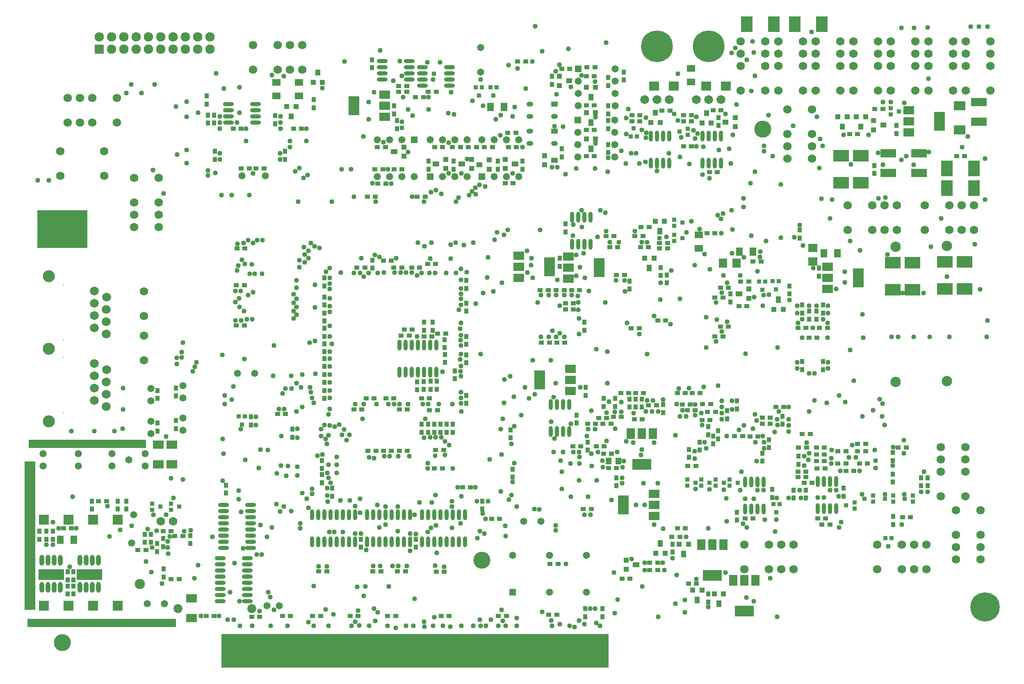
<source format=gbs>
%FSAX43Y43*%
%MOMM*%
G71*
G01*
G75*
%ADD10R,11.430X1.524*%
%ADD11R,30.480X1.524*%
%ADD12R,1.524X0.305*%
%ADD13R,0.305X1.524*%
%ADD14R,1.524X1.270*%
%ADD15R,0.762X0.889*%
%ADD16O,0.432X1.524*%
%ADD17R,0.432X1.524*%
%ADD18R,1.778X2.286*%
%ADD19R,1.270X1.143*%
%ADD20R,1.524X3.048*%
%ADD21R,0.889X0.762*%
%ADD22R,3.048X1.524*%
%ADD23R,1.270X1.524*%
%ADD24R,2.286X1.778*%
%ADD25R,1.524X0.508*%
%ADD26O,0.610X2.032*%
%ADD27R,1.143X1.270*%
%ADD28R,1.778X1.524*%
%ADD29R,1.524X1.778*%
%ADD30R,1.524X2.032*%
%ADD31R,2.540X0.610*%
%ADD32O,2.540X0.610*%
%ADD33O,1.778X3.048*%
%ADD34R,5.588X6.350*%
%ADD35R,3.810X2.032*%
%ADD36R,2.032X1.524*%
%ADD37R,1.727X1.219*%
%ADD38O,1.727X1.219*%
%ADD39O,2.540X1.270*%
%ADD40O,2.032X0.610*%
%ADD41R,15.240X5.080*%
%ADD42R,2.540X1.778*%
%ADD43R,0.914X1.270*%
%ADD44R,0.914X0.914*%
%ADD45R,1.778X2.540*%
%ADD46R,3.048X2.286*%
%ADD47R,1.270X1.016*%
%ADD48R,1.016X1.270*%
%ADD49R,1.780X0.420*%
%ADD50R,1.780X0.420*%
%ADD51O,1.016X5.080*%
%ADD52O,2.032X0.762*%
%ADD53R,1.727X1.829*%
%ADD54R,1.778X0.508*%
%ADD55R,2.540X0.635*%
%ADD56R,0.508X1.524*%
%ADD57R,0.508X1.778*%
%ADD58R,0.610X2.032*%
%ADD59R,2.032X0.610*%
%ADD60R,21.590X1.524*%
%ADD61R,1.524X14.859*%
%ADD62O,8.636X8.382*%
%ADD63R,7.874X6.096*%
%ADD64R,1.727X0.813*%
%ADD65C,0.203*%
%ADD66C,0.356*%
%ADD67C,0.457*%
%ADD68C,0.305*%
%ADD69C,1.270*%
%ADD70C,0.508*%
%ADD71C,0.406*%
%ADD72C,0.635*%
%ADD73C,0.381*%
%ADD74C,0.584*%
%ADD75C,0.254*%
%ADD76C,0.813*%
%ADD77C,0.711*%
%ADD78C,0.889*%
%ADD79R,25.146X25.400*%
%ADD80R,1.397X0.635*%
%ADD81C,1.270*%
%ADD82C,1.651*%
%ADD83C,1.524*%
%ADD84R,1.270X1.270*%
%ADD85C,1.626*%
%ADD86C,3.302*%
%ADD87R,10.160X7.620*%
%ADD88C,2.286*%
%ADD89C,6.350*%
%ADD90C,1.930*%
%ADD91C,5.842*%
%ADD92C,1.905*%
%ADD93R,1.905X1.905*%
%ADD94C,1.575*%
%ADD95C,1.727*%
%ADD96R,1.727X1.727*%
%ADD97C,0.813*%
%ADD98R,24.130X1.524*%
%ADD99R,2.032X30.480*%
%ADD100R,1.016X0.914*%
%ADD101R,0.914X1.016*%
%ADD102R,0.762X0.762*%
%ADD103R,1.829X1.727*%
%ADD104R,2.032X3.810*%
%ADD105R,1.270X0.914*%
%ADD106R,2.286X3.048*%
%ADD107O,0.762X2.032*%
%ADD108R,1.194X0.787*%
%ADD109O,1.194X0.787*%
%ADD110R,5.080X2.032*%
%ADD111R,1.270X2.794*%
%ADD112R,1.270X3.048*%
%ADD113C,0.200*%
%ADD114C,0.127*%
%ADD115R,79.883X6.985*%
%ADD116R,11.633X1.727*%
%ADD117R,30.683X1.727*%
%ADD118R,1.727X0.508*%
%ADD119R,0.508X1.727*%
%ADD120R,1.727X1.473*%
%ADD121R,0.965X1.092*%
%ADD122O,0.635X1.727*%
%ADD123R,0.635X1.727*%
%ADD124R,1.981X2.489*%
%ADD125R,1.473X1.346*%
%ADD126R,1.727X3.251*%
%ADD127R,1.092X0.965*%
%ADD128R,3.251X1.727*%
%ADD129R,1.473X1.727*%
%ADD130R,2.489X1.981*%
%ADD131R,1.727X0.711*%
%ADD132O,0.813X2.235*%
%ADD133R,1.346X1.473*%
%ADD134R,1.981X1.727*%
%ADD135R,1.727X1.981*%
%ADD136R,1.727X2.235*%
%ADD137R,2.743X0.813*%
%ADD138O,2.743X0.813*%
%ADD139O,1.981X3.251*%
%ADD140R,5.791X6.553*%
%ADD141R,4.013X2.235*%
%ADD142R,2.235X1.727*%
%ADD143R,1.930X1.422*%
%ADD144O,1.930X1.422*%
%ADD145O,2.743X1.473*%
%ADD146O,2.235X0.813*%
%ADD147R,15.443X5.283*%
%ADD148R,2.743X1.981*%
%ADD149R,1.118X1.473*%
%ADD150R,1.118X1.118*%
%ADD151R,1.981X2.743*%
%ADD152R,3.251X2.489*%
%ADD153R,1.473X1.219*%
%ADD154R,1.219X1.473*%
%ADD155R,1.983X0.623*%
%ADD156R,1.983X0.623*%
%ADD157O,1.219X5.283*%
%ADD158O,2.235X0.965*%
%ADD159R,1.930X2.032*%
%ADD160R,1.981X0.711*%
%ADD161R,2.743X0.838*%
%ADD162R,0.711X1.727*%
%ADD163R,0.711X1.981*%
%ADD164R,0.813X2.235*%
%ADD165R,2.235X0.813*%
%ADD166R,21.793X1.727*%
%ADD167R,1.727X15.062*%
%ADD168O,8.839X8.585*%
%ADD169R,8.077X6.299*%
%ADD170R,1.930X1.016*%
%ADD171C,1.473*%
%ADD172C,1.854*%
%ADD173R,1.473X1.473*%
%ADD174C,1.829*%
%ADD175C,3.505*%
%ADD176R,10.363X7.823*%
%ADD177C,0.203*%
%ADD178C,2.489*%
%ADD179C,6.553*%
%ADD180C,2.134*%
%ADD181C,6.045*%
%ADD182C,2.108*%
%ADD183R,2.108X2.108*%
%ADD184C,1.778*%
%ADD185R,1.930X1.930*%
%ADD186C,1.016*%
%ADD187R,24.333X1.727*%
%ADD188R,2.235X30.683*%
%ADD189R,1.219X1.118*%
%ADD190R,1.118X1.219*%
%ADD191R,0.965X0.965*%
%ADD192R,2.032X1.930*%
%ADD193R,2.235X4.013*%
%ADD194R,1.473X1.118*%
%ADD195R,2.489X3.251*%
%ADD196O,0.965X2.235*%
%ADD197R,1.397X0.991*%
%ADD198O,1.397X0.991*%
%ADD199R,5.283X2.235*%
D90*
X0020828Y0130683D02*
D03*
X0018288Y0128143D02*
D03*
X0015748Y0130683D02*
D03*
X0038608Y0130683D02*
D03*
X0038608Y0128143D02*
D03*
X0036068Y0130683D02*
D03*
X0036068Y0128143D02*
D03*
X0033528Y0130683D02*
D03*
X0033528Y0128143D02*
D03*
X0030988Y0130683D02*
D03*
X0030988Y0128143D02*
D03*
X0028448Y0130683D02*
D03*
X0028448Y0128143D02*
D03*
X0025908Y0130683D02*
D03*
X0025908Y0128143D02*
D03*
X0023368Y0130683D02*
D03*
X0023368Y0128143D02*
D03*
X0020828Y0128143D02*
D03*
X0018288Y0130683D02*
D03*
D95*
X0148209Y0124714D02*
D03*
X0153289Y0124714D02*
D03*
X0170307Y0095885D02*
D03*
X0168783Y0119634D02*
D03*
X0168783Y0124714D02*
D03*
X0168783Y0127254D02*
D03*
X0168783Y0129794D02*
D03*
X0163703Y0127254D02*
D03*
X0163703Y0119634D02*
D03*
X0179197Y0127254D02*
D03*
X0184277Y0127254D02*
D03*
X0184277Y0119634D02*
D03*
X0184277Y0129794D02*
D03*
X0179197Y0129794D02*
D03*
X0179197Y0119634D02*
D03*
X0184277Y0124714D02*
D03*
X0179197Y0124714D02*
D03*
X0194691Y0124714D02*
D03*
X0199771Y0129794D02*
D03*
X0194691Y0119634D02*
D03*
X0194691Y0129794D02*
D03*
X0199771Y0124714D02*
D03*
X0199771Y0119634D02*
D03*
X0176530Y0119634D02*
D03*
X0176530Y0124714D02*
D03*
X0176530Y0127254D02*
D03*
X0176530Y0129794D02*
D03*
X0171450Y0129794D02*
D03*
X0171450Y0127254D02*
D03*
X0171450Y0124714D02*
D03*
X0171450Y0119634D02*
D03*
X0155956Y0124714D02*
D03*
X0155956Y0127254D02*
D03*
X0155956Y0129794D02*
D03*
X0161036Y0127254D02*
D03*
X0161036Y0119634D02*
D03*
X0155956Y0119634D02*
D03*
X0180467Y0095885D02*
D03*
X0197739Y0022733D02*
D03*
X0148971Y0020701D02*
D03*
X0159131Y0020701D02*
D03*
X0159131Y0025781D02*
D03*
X0154051Y0020701D02*
D03*
X0154051Y0025781D02*
D03*
X0148971Y0025781D02*
D03*
X0197739Y0027813D02*
D03*
X0189484Y0043434D02*
D03*
X0189484Y0045974D02*
D03*
X0194564Y0045974D02*
D03*
X0194564Y0040894D02*
D03*
X0189484Y0040894D02*
D03*
X0197739Y0032893D02*
D03*
X0189484Y0035814D02*
D03*
X0192659Y0022733D02*
D03*
X0194564Y0043434D02*
D03*
X0192659Y0027813D02*
D03*
X0192659Y0032893D02*
D03*
X0194564Y0035814D02*
D03*
X0176403Y0025781D02*
D03*
X0181483Y0025781D02*
D03*
X0181483Y0020701D02*
D03*
X0186563Y0025781D02*
D03*
X0186563Y0020701D02*
D03*
X0176403Y0020701D02*
D03*
X0022987Y0101600D02*
D03*
X0022987Y0096520D02*
D03*
X0022987Y0091440D02*
D03*
X0028067Y0091440D02*
D03*
X0028067Y0096520D02*
D03*
X0028067Y0101600D02*
D03*
X0162941Y0115697D02*
D03*
X0162941Y0110617D02*
D03*
X0162941Y0108077D02*
D03*
X0162941Y0105537D02*
D03*
X0157861Y0105537D02*
D03*
X0157861Y0108077D02*
D03*
X0157861Y0110617D02*
D03*
X0157861Y0115697D02*
D03*
X0047498Y0129032D02*
D03*
X0052578Y0129032D02*
D03*
X0055118Y0129032D02*
D03*
X0057658Y0129032D02*
D03*
X0057658Y0123952D02*
D03*
X0055118Y0123952D02*
D03*
X0052578Y0123952D02*
D03*
X0047498Y0123952D02*
D03*
X0014351Y0118110D02*
D03*
X0011811Y0118110D02*
D03*
X0009271Y0118110D02*
D03*
X0009271Y0113030D02*
D03*
X0011811Y0113030D02*
D03*
X0014351Y0113030D02*
D03*
X0175387Y0095885D02*
D03*
X0177927Y0095885D02*
D03*
X0180467Y0090805D02*
D03*
X0177927Y0090805D02*
D03*
X0175387Y0090805D02*
D03*
X0170307Y0090805D02*
D03*
X0153289Y0119634D02*
D03*
X0019431Y0118110D02*
D03*
X0019431Y0113030D02*
D03*
X0148209Y0119634D02*
D03*
X0192024Y0124714D02*
D03*
X0186944Y0124714D02*
D03*
X0192024Y0119634D02*
D03*
X0186944Y0119634D02*
D03*
X0192024Y0129794D02*
D03*
X0186944Y0129794D02*
D03*
X0192024Y0127254D02*
D03*
X0186944Y0127254D02*
D03*
X0191262Y0090805D02*
D03*
X0191262Y0095885D02*
D03*
X0186182Y0090805D02*
D03*
X0196342Y0095885D02*
D03*
X0196342Y0090805D02*
D03*
X0186182Y0095885D02*
D03*
X0184023Y0020701D02*
D03*
X0197739Y0025273D02*
D03*
X0184023Y0025781D02*
D03*
X0192659Y0025273D02*
D03*
X0156591Y0020701D02*
D03*
X0193802Y0095885D02*
D03*
X0156591Y0025781D02*
D03*
X0193802Y0090805D02*
D03*
X0199771Y0127254D02*
D03*
X0194691Y0127254D02*
D03*
X0022987Y0093980D02*
D03*
X0028067Y0093980D02*
D03*
X0153289Y0127254D02*
D03*
X0163703Y0124714D02*
D03*
X0161036Y0124714D02*
D03*
X0148209Y0127254D02*
D03*
X0161036Y0129794D02*
D03*
X0163703Y0129794D02*
D03*
X0153289Y0129794D02*
D03*
X0148209Y0129794D02*
D03*
X0025019Y0078105D02*
D03*
X0025019Y0073025D02*
D03*
X0025019Y0063881D02*
D03*
X0025019Y0068961D02*
D03*
X0007747Y0107061D02*
D03*
X0007747Y0101981D02*
D03*
X0016764Y0101981D02*
D03*
X0016764Y0107061D02*
D03*
D115*
X0080963Y0003874D02*
D03*
D117*
X0016256Y0009627D02*
D03*
D120*
X0137922Y0124206D02*
D03*
X0137922Y0121412D02*
D03*
X0139573Y0089789D02*
D03*
X0139573Y0086995D02*
D03*
X0057023Y0118491D02*
D03*
X0057023Y0121285D02*
D03*
X0052324Y0118491D02*
D03*
X0052324Y0121285D02*
D03*
D121*
X0109220Y0120904D02*
D03*
X0109220Y0122555D02*
D03*
X0143637Y0112395D02*
D03*
X0143637Y0114046D02*
D03*
X0124079Y0123444D02*
D03*
X0124079Y0121793D02*
D03*
X0006223Y0026924D02*
D03*
X0006223Y0028575D02*
D03*
X0034544Y0026035D02*
D03*
X0034544Y0027686D02*
D03*
X0081407Y0059436D02*
D03*
X0081407Y0057785D02*
D03*
X0160401Y0089154D02*
D03*
X0160401Y0090805D02*
D03*
X0082804Y0071755D02*
D03*
X0082804Y0070104D02*
D03*
X0175768Y0102489D02*
D03*
X0175768Y0104140D02*
D03*
X0120828Y0108458D02*
D03*
X0120828Y0106807D02*
D03*
X0120828Y0113411D02*
D03*
X0120828Y0111760D02*
D03*
X0120828Y0116459D02*
D03*
X0120828Y0114808D02*
D03*
X0120828Y0122301D02*
D03*
X0120828Y0120650D02*
D03*
X0111252Y0105918D02*
D03*
X0041910Y0038100D02*
D03*
X0041910Y0036449D02*
D03*
X0029083Y0019126D02*
D03*
X0029083Y0020777D02*
D03*
X0025146Y0027940D02*
D03*
X0025146Y0026289D02*
D03*
X0026416Y0026289D02*
D03*
X0026416Y0027940D02*
D03*
X0027686Y0024384D02*
D03*
X0027686Y0026035D02*
D03*
X0164338Y0081280D02*
D03*
X0131699Y0083058D02*
D03*
X0131699Y0081407D02*
D03*
X0146050Y0077597D02*
D03*
X0146050Y0075946D02*
D03*
X0158242Y0077597D02*
D03*
X0158242Y0079248D02*
D03*
X0110871Y0083312D02*
D03*
X0125222Y0080264D02*
D03*
X0125222Y0078613D02*
D03*
X0132969Y0081534D02*
D03*
X0132969Y0079883D02*
D03*
X0162306Y0072390D02*
D03*
X0162306Y0074041D02*
D03*
X0163830Y0072390D02*
D03*
X0163830Y0074041D02*
D03*
X0160909Y0073660D02*
D03*
X0160909Y0075311D02*
D03*
X0165227Y0073660D02*
D03*
X0165227Y0075311D02*
D03*
X0165227Y0063627D02*
D03*
X0165227Y0061976D02*
D03*
X0160909Y0063627D02*
D03*
X0160909Y0061976D02*
D03*
X0179578Y0040386D02*
D03*
X0179578Y0038735D02*
D03*
X0141478Y0015621D02*
D03*
X0141478Y0013970D02*
D03*
X0179705Y0029972D02*
D03*
X0179705Y0031623D02*
D03*
X0134112Y0024257D02*
D03*
X0134112Y0025908D02*
D03*
X0169418Y0035814D02*
D03*
X0169418Y0037465D02*
D03*
X0154686Y0035560D02*
D03*
X0154686Y0037211D02*
D03*
X0179578Y0043180D02*
D03*
X0179578Y0044831D02*
D03*
X0160147Y0042418D02*
D03*
X0160147Y0044069D02*
D03*
X0156845Y0050673D02*
D03*
X0156845Y0052324D02*
D03*
X0137541Y0043815D02*
D03*
X0137541Y0045466D02*
D03*
X0185420Y0039624D02*
D03*
X0185420Y0037973D02*
D03*
X0186817Y0039624D02*
D03*
X0186817Y0037973D02*
D03*
X0161671Y0037084D02*
D03*
X0161671Y0035433D02*
D03*
X0159131Y0037084D02*
D03*
X0159131Y0035433D02*
D03*
X0141478Y0050165D02*
D03*
X0141478Y0048514D02*
D03*
X0139700Y0046990D02*
D03*
X0139700Y0045339D02*
D03*
X0154048Y0047498D02*
D03*
X0154048Y0045847D02*
D03*
X0152651Y0044704D02*
D03*
X0152651Y0043053D02*
D03*
X0147447Y0053848D02*
D03*
X0147447Y0055499D02*
D03*
X0115951Y0071755D02*
D03*
X0115951Y0070104D02*
D03*
X0122301Y0054356D02*
D03*
X0122301Y0056007D02*
D03*
X0116586Y0045339D02*
D03*
X0116586Y0046990D02*
D03*
X0101092Y0041402D02*
D03*
X0101092Y0039751D02*
D03*
X0027813Y0056007D02*
D03*
X0027813Y0057658D02*
D03*
X0062230Y0060960D02*
D03*
X0062230Y0059309D02*
D03*
X0089154Y0060071D02*
D03*
X0089154Y0061722D02*
D03*
X0063881Y0035814D02*
D03*
X0063881Y0037465D02*
D03*
X0062230Y0070485D02*
D03*
X0062230Y0068834D02*
D03*
X0062230Y0076962D02*
D03*
X0062230Y0075311D02*
D03*
X0072136Y0082931D02*
D03*
X0072136Y0084582D02*
D03*
X0062230Y0056007D02*
D03*
X0062230Y0057658D02*
D03*
X0062230Y0079248D02*
D03*
X0062230Y0080899D02*
D03*
X0091567Y0078740D02*
D03*
X0091567Y0080391D02*
D03*
X0091567Y0054991D02*
D03*
X0091567Y0056642D02*
D03*
X0062230Y0062611D02*
D03*
X0062230Y0064262D02*
D03*
X0062230Y0067310D02*
D03*
X0062230Y0065659D02*
D03*
X0091567Y0074041D02*
D03*
X0091567Y0075692D02*
D03*
X0091567Y0067183D02*
D03*
X0091567Y0068834D02*
D03*
X0091567Y0063373D02*
D03*
X0091567Y0065024D02*
D03*
X0062230Y0073660D02*
D03*
X0062230Y0072009D02*
D03*
X0061722Y0040259D02*
D03*
X0061722Y0038608D02*
D03*
X0061722Y0041529D02*
D03*
X0061722Y0043180D02*
D03*
X0119634Y0012573D02*
D03*
X0119634Y0010922D02*
D03*
X0031623Y0058166D02*
D03*
X0031623Y0056515D02*
D03*
X0027813Y0049276D02*
D03*
X0027813Y0050927D02*
D03*
X0031623Y0049784D02*
D03*
X0031623Y0051435D02*
D03*
X0055626Y0048006D02*
D03*
X0055626Y0049657D02*
D03*
X0047117Y0050546D02*
D03*
X0047117Y0052197D02*
D03*
X0082296Y0049022D02*
D03*
X0082296Y0050673D02*
D03*
X0083693Y0049022D02*
D03*
X0083693Y0050673D02*
D03*
X0084963Y0050673D02*
D03*
X0084963Y0049022D02*
D03*
X0086233Y0049022D02*
D03*
X0086233Y0050673D02*
D03*
X0087503Y0049022D02*
D03*
X0087503Y0050673D02*
D03*
X0088773Y0050673D02*
D03*
X0088773Y0049022D02*
D03*
X0081153Y0026924D02*
D03*
X0081153Y0025273D02*
D03*
X0069799Y0026924D02*
D03*
X0069799Y0025273D02*
D03*
X0094869Y0033147D02*
D03*
X0094869Y0034798D02*
D03*
X0100711Y0047879D02*
D03*
X0100711Y0049530D02*
D03*
X0122555Y0039624D02*
D03*
X0122555Y0037973D02*
D03*
X0132207Y0053086D02*
D03*
X0132207Y0054737D02*
D03*
X0125222Y0054229D02*
D03*
X0125222Y0055880D02*
D03*
X0126492Y0054229D02*
D03*
X0126492Y0055880D02*
D03*
X0127762Y0054229D02*
D03*
X0127762Y0055880D02*
D03*
X0119888Y0056007D02*
D03*
X0119888Y0054356D02*
D03*
X0147447Y0032512D02*
D03*
X0147447Y0030861D02*
D03*
X0110871Y0084963D02*
D03*
X0112014Y0092075D02*
D03*
X0112014Y0090424D02*
D03*
X0164338Y0082931D02*
D03*
X0116205Y0058293D02*
D03*
X0116205Y0056642D02*
D03*
X0114300Y0052578D02*
D03*
X0114300Y0050927D02*
D03*
X0003454Y0028575D02*
D03*
X0003454Y0026924D02*
D03*
X0054102Y0105410D02*
D03*
X0054102Y0107061D02*
D03*
X0039624Y0105410D02*
D03*
X0039624Y0107061D02*
D03*
X0052070Y0112776D02*
D03*
X0052070Y0114427D02*
D03*
X0039497Y0112903D02*
D03*
X0039497Y0114554D02*
D03*
X0103175Y0105029D02*
D03*
X0103175Y0103378D02*
D03*
X0098095Y0105029D02*
D03*
X0098095Y0103378D02*
D03*
X0083744Y0105029D02*
D03*
X0083744Y0103378D02*
D03*
X0088951Y0105029D02*
D03*
X0088951Y0103378D02*
D03*
X0077267Y0111760D02*
D03*
X0077267Y0113411D02*
D03*
X0072060Y0124333D02*
D03*
X0072060Y0125984D02*
D03*
X0076632Y0116459D02*
D03*
X0076632Y0114808D02*
D03*
X0111252Y0107569D02*
D03*
X0087198Y0063475D02*
D03*
X0087198Y0065126D02*
D03*
X0087071Y0066523D02*
D03*
X0087071Y0068174D02*
D03*
X0084582Y0070104D02*
D03*
X0082779Y0059512D02*
D03*
X0082779Y0057861D02*
D03*
X0084201Y0057912D02*
D03*
X0084582Y0071755D02*
D03*
X0084201Y0059563D02*
D03*
X0085471Y0057912D02*
D03*
X0085471Y0059563D02*
D03*
X0038227Y0114554D02*
D03*
X0038227Y0112903D02*
D03*
X0143510Y0047688D02*
D03*
X0143510Y0049340D02*
D03*
X0142494Y0048260D02*
D03*
X0142494Y0046609D02*
D03*
X0116078Y0012573D02*
D03*
X0116078Y0010922D02*
D03*
X0145412Y0053467D02*
D03*
X0145412Y0051816D02*
D03*
X0028956Y0025400D02*
D03*
X0028956Y0027051D02*
D03*
X0037973Y0118491D02*
D03*
X0037973Y0116840D02*
D03*
X0060071Y0116078D02*
D03*
X0060071Y0117729D02*
D03*
X0180340Y0112395D02*
D03*
X0180340Y0110744D02*
D03*
X0004826Y0028575D02*
D03*
X0004826Y0026924D02*
D03*
X0009271Y0017272D02*
D03*
X0009271Y0015621D02*
D03*
X0009271Y0018542D02*
D03*
X0009271Y0020193D02*
D03*
X0010414Y0017272D02*
D03*
X0010414Y0015621D02*
D03*
X0010414Y0020193D02*
D03*
X0010414Y0018542D02*
D03*
X0019558Y0033147D02*
D03*
X0019558Y0034798D02*
D03*
X0021336Y0033147D02*
D03*
X0021336Y0034798D02*
D03*
X0014224Y0034798D02*
D03*
X0014224Y0033147D02*
D03*
D127*
X0111252Y0124079D02*
D03*
X0112903Y0124079D02*
D03*
X0116459Y0124460D02*
D03*
X0118110Y0124460D02*
D03*
X0138049Y0108077D02*
D03*
X0136398Y0108077D02*
D03*
X0131953Y0115443D02*
D03*
X0133604Y0115443D02*
D03*
X0144145Y0115570D02*
D03*
X0142494Y0115570D02*
D03*
X0136398Y0113284D02*
D03*
X0138049Y0113284D02*
D03*
X0138049Y0114554D02*
D03*
X0136398Y0114554D02*
D03*
X0127381Y0113284D02*
D03*
X0125730Y0113284D02*
D03*
X0127381Y0114554D02*
D03*
X0125730Y0114554D02*
D03*
X0010033Y0029159D02*
D03*
X0008382Y0029159D02*
D03*
X0098425Y0031115D02*
D03*
X0096774Y0031115D02*
D03*
X0174371Y0042545D02*
D03*
X0172720Y0042545D02*
D03*
X0168275Y0045085D02*
D03*
X0169926Y0045085D02*
D03*
X0165481Y0043053D02*
D03*
X0163830Y0043053D02*
D03*
X0168275Y0042545D02*
D03*
X0169926Y0042545D02*
D03*
X0165608Y0041529D02*
D03*
X0163957Y0041529D02*
D03*
X0172339Y0045085D02*
D03*
X0173990Y0045085D02*
D03*
X0165481Y0045847D02*
D03*
X0163830Y0045847D02*
D03*
X0163830Y0044450D02*
D03*
X0165481Y0044450D02*
D03*
X0161671Y0039751D02*
D03*
X0033020Y0027559D02*
D03*
X0083693Y0119380D02*
D03*
X0085344Y0119380D02*
D03*
X0031369Y0027559D02*
D03*
X0152400Y0084328D02*
D03*
X0150749Y0084328D02*
D03*
X0141224Y0090170D02*
D03*
X0142875Y0090170D02*
D03*
X0194437Y0106045D02*
D03*
X0192786Y0106045D02*
D03*
X0074422Y0084455D02*
D03*
X0076073Y0084455D02*
D03*
X0117983Y0106045D02*
D03*
X0116332Y0106045D02*
D03*
X0117983Y0111506D02*
D03*
X0116332Y0111506D02*
D03*
X0117983Y0116586D02*
D03*
X0116332Y0116586D02*
D03*
X0135128Y0029210D02*
D03*
X0136779Y0029210D02*
D03*
X0073304Y0100406D02*
D03*
X0074955Y0100406D02*
D03*
X0030607Y0018669D02*
D03*
X0074930Y0056007D02*
D03*
X0076581Y0056007D02*
D03*
X0079375Y0053721D02*
D03*
X0077724Y0053721D02*
D03*
X0129286Y0091440D02*
D03*
X0127635Y0091440D02*
D03*
X0133096Y0086995D02*
D03*
X0131445Y0086995D02*
D03*
X0131445Y0088138D02*
D03*
X0133096Y0088138D02*
D03*
X0149479Y0075057D02*
D03*
X0147828Y0075057D02*
D03*
X0149860Y0080137D02*
D03*
X0148209Y0080137D02*
D03*
X0120396Y0089535D02*
D03*
X0122047Y0089535D02*
D03*
X0121158Y0087249D02*
D03*
X0122809Y0087249D02*
D03*
X0127508Y0087249D02*
D03*
X0129159Y0087249D02*
D03*
X0126365Y0089535D02*
D03*
X0128016Y0089535D02*
D03*
X0122555Y0081534D02*
D03*
X0124206Y0081534D02*
D03*
X0145669Y0078867D02*
D03*
X0144018Y0078867D02*
D03*
X0144526Y0076835D02*
D03*
X0142875Y0076835D02*
D03*
X0145669Y0070866D02*
D03*
X0144018Y0070866D02*
D03*
X0144526Y0068834D02*
D03*
X0142875Y0068834D02*
D03*
X0160020Y0070612D02*
D03*
X0161671Y0070612D02*
D03*
X0166116Y0070612D02*
D03*
X0164465Y0070612D02*
D03*
X0162306Y0068580D02*
D03*
X0163957Y0068580D02*
D03*
X0139065Y0017780D02*
D03*
X0137414Y0017780D02*
D03*
X0138938Y0042037D02*
D03*
X0137287Y0042037D02*
D03*
X0181610Y0031496D02*
D03*
X0183261Y0031496D02*
D03*
X0161671Y0040894D02*
D03*
X0160020Y0040894D02*
D03*
X0160020Y0039751D02*
D03*
X0165735Y0031242D02*
D03*
X0164084Y0031242D02*
D03*
X0150749Y0031242D02*
D03*
X0149098Y0031242D02*
D03*
X0180721Y0045847D02*
D03*
X0182372Y0045847D02*
D03*
X0172339Y0046609D02*
D03*
X0173990Y0046609D02*
D03*
X0160147Y0045847D02*
D03*
X0161798Y0045847D02*
D03*
X0155448Y0054229D02*
D03*
X0157099Y0054229D02*
D03*
X0169926Y0041021D02*
D03*
X0171577Y0041021D02*
D03*
X0164973Y0029972D02*
D03*
X0166624Y0029972D02*
D03*
X0141983Y0054864D02*
D03*
X0140332Y0054864D02*
D03*
X0142999Y0053213D02*
D03*
X0141348Y0053213D02*
D03*
X0140205Y0051562D02*
D03*
X0141856Y0051562D02*
D03*
X0138808Y0053594D02*
D03*
X0137157Y0053594D02*
D03*
X0137792Y0054737D02*
D03*
X0136141Y0054737D02*
D03*
X0112014Y0074422D02*
D03*
X0113665Y0074422D02*
D03*
X0112014Y0075692D02*
D03*
X0113665Y0075692D02*
D03*
X0110109Y0078359D02*
D03*
X0111760Y0078359D02*
D03*
X0106807Y0078359D02*
D03*
X0108458Y0078359D02*
D03*
X0113284Y0078359D02*
D03*
X0114935Y0078359D02*
D03*
X0110236Y0067564D02*
D03*
X0111887Y0067564D02*
D03*
X0107061Y0067564D02*
D03*
X0108712Y0067564D02*
D03*
X0123571Y0052197D02*
D03*
X0121920Y0052197D02*
D03*
X0119761Y0050800D02*
D03*
X0121412Y0050800D02*
D03*
X0120523Y0051943D02*
D03*
X0118872Y0051943D02*
D03*
X0116586Y0050800D02*
D03*
X0118237Y0050800D02*
D03*
X0119888Y0044577D02*
D03*
X0121539Y0044577D02*
D03*
X0122555Y0041656D02*
D03*
X0120904Y0041656D02*
D03*
X0115189Y0046101D02*
D03*
X0113538Y0046101D02*
D03*
X0115697Y0033147D02*
D03*
X0117348Y0033147D02*
D03*
X0086614Y0041529D02*
D03*
X0084963Y0041529D02*
D03*
X0045847Y0086995D02*
D03*
X0044196Y0086995D02*
D03*
X0069215Y0011049D02*
D03*
X0067564Y0011049D02*
D03*
X0088011Y0011049D02*
D03*
X0086360Y0011049D02*
D03*
X0044069Y0079375D02*
D03*
X0045720Y0079375D02*
D03*
X0053594Y0011049D02*
D03*
X0055245Y0011049D02*
D03*
X0062738Y0020320D02*
D03*
X0061087Y0020320D02*
D03*
X0085217Y0083820D02*
D03*
X0083566Y0083820D02*
D03*
X0069977Y0053721D02*
D03*
X0068326Y0053721D02*
D03*
X0070612Y0083058D02*
D03*
X0068961Y0083058D02*
D03*
X0078232Y0083058D02*
D03*
X0076581Y0083058D02*
D03*
X0080264Y0083058D02*
D03*
X0081915Y0083058D02*
D03*
X0082296Y0056007D02*
D03*
X0083947Y0056007D02*
D03*
X0070866Y0056007D02*
D03*
X0072517Y0056007D02*
D03*
X0072898Y0045212D02*
D03*
X0071247Y0045212D02*
D03*
X0077724Y0045212D02*
D03*
X0079375Y0045212D02*
D03*
X0086868Y0045339D02*
D03*
X0085217Y0045339D02*
D03*
X0076073Y0045212D02*
D03*
X0074422Y0045212D02*
D03*
X0085344Y0020193D02*
D03*
X0086995Y0020193D02*
D03*
X0077343Y0020320D02*
D03*
X0078994Y0020320D02*
D03*
X0072263Y0020320D02*
D03*
X0073914Y0020320D02*
D03*
X0076962Y0011049D02*
D03*
X0075311Y0011049D02*
D03*
X0099822Y0011049D02*
D03*
X0098171Y0011049D02*
D03*
X0048895Y0010922D02*
D03*
X0047244Y0010922D02*
D03*
X0059817Y0011049D02*
D03*
X0061468Y0011049D02*
D03*
X0054229Y0052832D02*
D03*
X0052578Y0052832D02*
D03*
X0045720Y0071120D02*
D03*
X0044069Y0071120D02*
D03*
X0120015Y0046101D02*
D03*
X0118364Y0046101D02*
D03*
X0130810Y0054610D02*
D03*
X0129159Y0054610D02*
D03*
X0125095Y0057150D02*
D03*
X0123444Y0057150D02*
D03*
X0128143Y0057150D02*
D03*
X0126492Y0057150D02*
D03*
X0127889Y0051689D02*
D03*
X0126238Y0051689D02*
D03*
X0083947Y0053594D02*
D03*
X0085598Y0053594D02*
D03*
X0092431Y0037668D02*
D03*
X0090780Y0037668D02*
D03*
X0110236Y0011303D02*
D03*
X0108585Y0011303D02*
D03*
X0152654Y0050800D02*
D03*
X0154305Y0050800D02*
D03*
X0152654Y0052070D02*
D03*
X0154305Y0052070D02*
D03*
X0162560Y0048641D02*
D03*
X0160909Y0048641D02*
D03*
X0127254Y0070485D02*
D03*
X0125603Y0070485D02*
D03*
X0131064Y0072136D02*
D03*
X0132715Y0072136D02*
D03*
X0125349Y0018796D02*
D03*
X0123698Y0018796D02*
D03*
X0133985Y0027432D02*
D03*
X0135636Y0027432D02*
D03*
X0129413Y0020574D02*
D03*
X0131064Y0020574D02*
D03*
X0131064Y0022098D02*
D03*
X0129413Y0022098D02*
D03*
X0110490Y0021844D02*
D03*
X0108839Y0021844D02*
D03*
X0055880Y0111760D02*
D03*
X0057531Y0111760D02*
D03*
X0043434Y0111760D02*
D03*
X0045085Y0111760D02*
D03*
X0049784Y0103505D02*
D03*
X0048133Y0103505D02*
D03*
X0045085Y0103505D02*
D03*
X0046736Y0103505D02*
D03*
X0076632Y0103378D02*
D03*
X0078283Y0103378D02*
D03*
X0086665Y0107950D02*
D03*
X0085014Y0107950D02*
D03*
X0090348Y0107950D02*
D03*
X0088697Y0107950D02*
D03*
X0100254Y0107950D02*
D03*
X0101905Y0107950D02*
D03*
X0096952Y0107950D02*
D03*
X0095301Y0107950D02*
D03*
X0073203Y0107950D02*
D03*
X0074854Y0107950D02*
D03*
X0081077Y0118237D02*
D03*
X0082728Y0118237D02*
D03*
X0079248Y0120523D02*
D03*
X0077597Y0120523D02*
D03*
X0100127Y0110871D02*
D03*
X0101778Y0110871D02*
D03*
X0102159Y0125603D02*
D03*
X0103810Y0125603D02*
D03*
X0025400Y0024663D02*
D03*
X0023749Y0024663D02*
D03*
X0141732Y0102743D02*
D03*
X0143383Y0102743D02*
D03*
X0072695Y0103378D02*
D03*
X0074346Y0103378D02*
D03*
X0083058Y0097663D02*
D03*
X0081407Y0097663D02*
D03*
X0072771Y0097663D02*
D03*
X0071120Y0097663D02*
D03*
X0091999Y0107950D02*
D03*
X0093650Y0107950D02*
D03*
X0101219Y0100457D02*
D03*
X0099568Y0100457D02*
D03*
X0117983Y0122555D02*
D03*
X0116332Y0122555D02*
D03*
X0139827Y0057150D02*
D03*
X0138176Y0057150D02*
D03*
X0135128Y0057150D02*
D03*
X0136779Y0057150D02*
D03*
X0085674Y0069444D02*
D03*
X0087325Y0069444D02*
D03*
X0084455Y0068834D02*
D03*
X0079756Y0068961D02*
D03*
X0078105Y0068961D02*
D03*
X0032258Y0018669D02*
D03*
X0030607Y0028575D02*
D03*
X0082804Y0068834D02*
D03*
X0028956Y0028575D02*
D03*
X0148590Y0048260D02*
D03*
X0146939Y0048260D02*
D03*
X0078740Y0070231D02*
D03*
X0080391Y0070231D02*
D03*
X0077597Y0119380D02*
D03*
X0079248Y0119380D02*
D03*
X0151765Y0048133D02*
D03*
X0150114Y0048133D02*
D03*
X0039497Y0011049D02*
D03*
X0037846Y0011049D02*
D03*
X0161290Y0038608D02*
D03*
X0162941Y0038608D02*
D03*
X0170688Y0110617D02*
D03*
X0172339Y0110617D02*
D03*
X0175895Y0115824D02*
D03*
X0177546Y0115824D02*
D03*
X0017272Y0034798D02*
D03*
X0015621Y0034798D02*
D03*
D128*
X0185039Y0102616D02*
D03*
X0185039Y0106680D02*
D03*
X0178689Y0102616D02*
D03*
X0178689Y0106680D02*
D03*
X0197358Y0117221D02*
D03*
X0197358Y0113157D02*
D03*
D129*
X0099314Y0116205D02*
D03*
X0096520Y0116205D02*
D03*
X0150749Y0086360D02*
D03*
X0147955Y0086360D02*
D03*
X0010541Y0026797D02*
D03*
X0007747Y0026797D02*
D03*
X0168148Y0085979D02*
D03*
X0165354Y0085979D02*
D03*
D130*
X0193421Y0116459D02*
D03*
X0193421Y0111506D02*
D03*
D132*
X0149098Y0038735D02*
D03*
X0081610Y0061443D02*
D03*
X0085420Y0061443D02*
D03*
X0081610Y0067031D02*
D03*
X0087503Y0026416D02*
D03*
X0072339Y0032004D02*
D03*
X0060960Y0026416D02*
D03*
X0072339Y0026416D02*
D03*
X0076149Y0032004D02*
D03*
X0076149Y0026416D02*
D03*
X0117221Y0087884D02*
D03*
X0115951Y0087884D02*
D03*
X0114681Y0087884D02*
D03*
X0113411Y0087884D02*
D03*
X0113411Y0093472D02*
D03*
X0114681Y0093472D02*
D03*
X0115951Y0093472D02*
D03*
X0117221Y0093472D02*
D03*
X0149098Y0033147D02*
D03*
X0150368Y0033147D02*
D03*
X0151638Y0033147D02*
D03*
X0152908Y0033147D02*
D03*
X0152908Y0038735D02*
D03*
X0151638Y0038735D02*
D03*
X0150368Y0038735D02*
D03*
X0164084Y0038862D02*
D03*
X0165354Y0038862D02*
D03*
X0166624Y0038862D02*
D03*
X0167894Y0038862D02*
D03*
X0167894Y0033274D02*
D03*
X0166624Y0033274D02*
D03*
X0165354Y0033274D02*
D03*
X0164084Y0033274D02*
D03*
X0071069Y0026416D02*
D03*
X0073609Y0026416D02*
D03*
X0074879Y0026416D02*
D03*
X0077419Y0026416D02*
D03*
X0079959Y0026416D02*
D03*
X0079959Y0032004D02*
D03*
X0077419Y0032004D02*
D03*
X0074879Y0032004D02*
D03*
X0073609Y0032004D02*
D03*
X0071069Y0032004D02*
D03*
X0060960Y0032004D02*
D03*
X0064770Y0032004D02*
D03*
X0067310Y0032004D02*
D03*
X0067310Y0026416D02*
D03*
X0064770Y0026416D02*
D03*
X0062230Y0026416D02*
D03*
X0062230Y0032004D02*
D03*
X0063500Y0026416D02*
D03*
X0063500Y0032004D02*
D03*
X0066040Y0026416D02*
D03*
X0066040Y0032004D02*
D03*
X0059690Y0032004D02*
D03*
X0068580Y0032004D02*
D03*
X0068580Y0026416D02*
D03*
X0059690Y0026416D02*
D03*
X0108966Y0054737D02*
D03*
X0110236Y0054737D02*
D03*
X0111506Y0054737D02*
D03*
X0112776Y0054737D02*
D03*
X0112776Y0049149D02*
D03*
X0111506Y0049149D02*
D03*
X0110236Y0049149D02*
D03*
X0108966Y0049149D02*
D03*
X0082423Y0032004D02*
D03*
X0083693Y0032004D02*
D03*
X0084963Y0032004D02*
D03*
X0086233Y0032004D02*
D03*
X0087503Y0032004D02*
D03*
X0088773Y0032004D02*
D03*
X0090043Y0032004D02*
D03*
X0091313Y0032004D02*
D03*
X0091313Y0026416D02*
D03*
X0090043Y0026416D02*
D03*
X0088773Y0026416D02*
D03*
X0086233Y0026416D02*
D03*
X0084963Y0026416D02*
D03*
X0083693Y0026416D02*
D03*
X0082423Y0026416D02*
D03*
X0078689Y0032004D02*
D03*
X0078689Y0026416D02*
D03*
X0140335Y0110236D02*
D03*
X0141605Y0110236D02*
D03*
X0142875Y0110236D02*
D03*
X0144145Y0110236D02*
D03*
X0144145Y0104648D02*
D03*
X0142875Y0104648D02*
D03*
X0141605Y0104648D02*
D03*
X0140335Y0104648D02*
D03*
X0084150Y0067031D02*
D03*
X0085420Y0067031D02*
D03*
X0082880Y0061443D02*
D03*
X0077800Y0067031D02*
D03*
X0080340Y0067031D02*
D03*
X0080340Y0061443D02*
D03*
X0077800Y0061443D02*
D03*
X0079070Y0061443D02*
D03*
X0084150Y0061443D02*
D03*
X0082880Y0067031D02*
D03*
X0079070Y0067031D02*
D03*
X0129667Y0104648D02*
D03*
X0130937Y0104648D02*
D03*
X0132207Y0104648D02*
D03*
X0133477Y0104648D02*
D03*
X0133477Y0110236D02*
D03*
X0132207Y0110236D02*
D03*
X0130937Y0110236D02*
D03*
X0129667Y0110236D02*
D03*
D134*
X0163068Y0084328D02*
D03*
X0163068Y0087122D02*
D03*
D135*
X0144526Y0083947D02*
D03*
X0147320Y0083947D02*
D03*
D136*
X0140081Y0025781D02*
D03*
X0144653Y0025781D02*
D03*
X0142367Y0025781D02*
D03*
X0148971Y0018415D02*
D03*
X0151257Y0018415D02*
D03*
X0146685Y0018415D02*
D03*
X0130048Y0048768D02*
D03*
X0127762Y0048768D02*
D03*
X0125476Y0048768D02*
D03*
D141*
X0142367Y0019431D02*
D03*
X0148971Y0012065D02*
D03*
X0127762Y0042418D02*
D03*
D142*
X0034798Y0014732D02*
D03*
X0034798Y0010668D02*
D03*
X0074727Y0118745D02*
D03*
X0074727Y0116459D02*
D03*
X0074727Y0114173D02*
D03*
X0166116Y0083185D02*
D03*
X0166116Y0080899D02*
D03*
X0166116Y0078613D02*
D03*
X0112649Y0085344D02*
D03*
X0112649Y0083058D02*
D03*
X0112649Y0080772D02*
D03*
X0102362Y0085471D02*
D03*
X0102362Y0083185D02*
D03*
X0102362Y0080899D02*
D03*
X0130302Y0031750D02*
D03*
X0130302Y0034036D02*
D03*
X0130302Y0036322D02*
D03*
X0113030Y0057531D02*
D03*
X0113030Y0059817D02*
D03*
X0113030Y0062103D02*
D03*
X0027940Y0046482D02*
D03*
X0027940Y0042418D02*
D03*
X0030734Y0042418D02*
D03*
X0030734Y0046482D02*
D03*
X0182880Y0110998D02*
D03*
X0182880Y0113284D02*
D03*
X0182880Y0115570D02*
D03*
D146*
X0041402Y0026416D02*
D03*
X0041402Y0028956D02*
D03*
X0041402Y0031496D02*
D03*
X0041402Y0032766D02*
D03*
X0041402Y0027686D02*
D03*
X0046990Y0026416D02*
D03*
X0046990Y0027686D02*
D03*
X0046990Y0034036D02*
D03*
X0046990Y0032766D02*
D03*
X0046990Y0031496D02*
D03*
X0046990Y0030226D02*
D03*
X0046990Y0028956D02*
D03*
X0046990Y0025146D02*
D03*
X0041402Y0025146D02*
D03*
X0041402Y0030226D02*
D03*
X0040767Y0022987D02*
D03*
X0040767Y0021717D02*
D03*
X0040767Y0020447D02*
D03*
X0040767Y0014097D02*
D03*
X0046355Y0014097D02*
D03*
X0046355Y0017907D02*
D03*
X0046355Y0019177D02*
D03*
X0046355Y0020447D02*
D03*
X0046355Y0021717D02*
D03*
X0046355Y0022987D02*
D03*
X0046355Y0016637D02*
D03*
X0046355Y0015367D02*
D03*
X0040767Y0019177D02*
D03*
X0040767Y0017907D02*
D03*
X0040767Y0016637D02*
D03*
X0048006Y0116840D02*
D03*
X0042418Y0113030D02*
D03*
X0042418Y0115570D02*
D03*
X0042418Y0116840D02*
D03*
X0088062Y0124460D02*
D03*
X0088062Y0123190D02*
D03*
X0088062Y0120650D02*
D03*
X0082474Y0120650D02*
D03*
X0082474Y0121920D02*
D03*
X0082474Y0123190D02*
D03*
X0082474Y0124460D02*
D03*
X0079807Y0125730D02*
D03*
X0079807Y0124460D02*
D03*
X0079807Y0121920D02*
D03*
X0074219Y0121920D02*
D03*
X0074219Y0123190D02*
D03*
X0074219Y0124460D02*
D03*
X0074219Y0125730D02*
D03*
X0040767Y0015367D02*
D03*
X0048006Y0113030D02*
D03*
X0042418Y0114300D02*
D03*
X0048006Y0115570D02*
D03*
X0041402Y0034036D02*
D03*
X0048006Y0114300D02*
D03*
X0088062Y0121920D02*
D03*
X0079807Y0123190D02*
D03*
D149*
X0117297Y0107569D02*
D03*
X0117297Y0113030D02*
D03*
X0117297Y0118237D02*
D03*
X0131521Y0090551D02*
D03*
X0129362Y0082931D02*
D03*
X0156007Y0076454D02*
D03*
X0143713Y0013589D02*
D03*
X0136474Y0023876D02*
D03*
X0139268Y0014351D02*
D03*
X0131623Y0026035D02*
D03*
D150*
X0110744Y0120650D02*
D03*
X0110744Y0122555D02*
D03*
X0147066Y0114046D02*
D03*
X0147066Y0112141D02*
D03*
X0142113Y0112903D02*
D03*
X0140208Y0112903D02*
D03*
X0131572Y0113030D02*
D03*
X0129667Y0113030D02*
D03*
X0124587Y0022606D02*
D03*
X0124587Y0020701D02*
D03*
X0107696Y0106172D02*
D03*
X0107696Y0104267D02*
D03*
X0116332Y0109601D02*
D03*
X0118237Y0109601D02*
D03*
X0116332Y0115062D02*
D03*
X0118237Y0115062D02*
D03*
X0116332Y0120269D02*
D03*
X0118237Y0120269D02*
D03*
X0132461Y0092583D02*
D03*
X0130556Y0092583D02*
D03*
X0130302Y0084963D02*
D03*
X0128397Y0084963D02*
D03*
X0156972Y0074422D02*
D03*
X0155067Y0074422D02*
D03*
X0149860Y0078613D02*
D03*
X0149860Y0076708D02*
D03*
X0144653Y0015621D02*
D03*
X0142748Y0015621D02*
D03*
X0137414Y0025908D02*
D03*
X0135509Y0025908D02*
D03*
X0138303Y0016383D02*
D03*
X0140208Y0016383D02*
D03*
X0132588Y0024003D02*
D03*
X0130683Y0024003D02*
D03*
X0099619Y0103505D02*
D03*
X0099619Y0105410D02*
D03*
X0087300Y0105410D02*
D03*
X0087300Y0103505D02*
D03*
X0092634Y0105410D02*
D03*
X0092634Y0103505D02*
D03*
X0078664Y0107950D02*
D03*
X0078664Y0106045D02*
D03*
X0096266Y0105283D02*
D03*
X0096266Y0103378D02*
D03*
X0054483Y0116332D02*
D03*
X0056388Y0116332D02*
D03*
X0059944Y0121285D02*
D03*
X0061849Y0121285D02*
D03*
X0172085Y0114173D02*
D03*
X0173990Y0114173D02*
D03*
X0175641Y0113411D02*
D03*
X0175641Y0111506D02*
D03*
X0168275Y0114173D02*
D03*
X0170180Y0114173D02*
D03*
D152*
X0179578Y0078486D02*
D03*
X0179578Y0084074D02*
D03*
X0183642Y0084074D02*
D03*
X0183642Y0078486D02*
D03*
X0172974Y0100584D02*
D03*
X0172974Y0106172D02*
D03*
X0168910Y0100584D02*
D03*
X0168910Y0106172D02*
D03*
X0190373Y0084201D02*
D03*
X0190373Y0078613D02*
D03*
X0194437Y0084201D02*
D03*
X0194437Y0078613D02*
D03*
D154*
X0122936Y0043053D02*
D03*
X0120904Y0043053D02*
D03*
D157*
X0043561Y0004572D02*
D03*
X0047371Y0004572D02*
D03*
X0048641Y0004572D02*
D03*
X0049911Y0004572D02*
D03*
X0051181Y0004572D02*
D03*
X0052451Y0004572D02*
D03*
X0053721Y0004572D02*
D03*
X0054991Y0004572D02*
D03*
X0058801Y0004572D02*
D03*
X0060071Y0004572D02*
D03*
X0061341Y0004572D02*
D03*
X0062611Y0004572D02*
D03*
X0063881Y0004572D02*
D03*
X0065151Y0004572D02*
D03*
X0066421Y0004572D02*
D03*
X0067691Y0004572D02*
D03*
X0068961Y0004572D02*
D03*
X0070231Y0004572D02*
D03*
X0071501Y0004572D02*
D03*
X0072771Y0004572D02*
D03*
X0074041Y0004572D02*
D03*
X0075311Y0004572D02*
D03*
X0076581Y0004572D02*
D03*
X0077851Y0004572D02*
D03*
X0079121Y0004572D02*
D03*
X0080391Y0004572D02*
D03*
X0081661Y0004572D02*
D03*
X0082931Y0004572D02*
D03*
X0084201Y0004572D02*
D03*
X0085471Y0004572D02*
D03*
X0086741Y0004572D02*
D03*
X0088011Y0004572D02*
D03*
X0089281Y0004572D02*
D03*
X0090551Y0004572D02*
D03*
X0091821Y0004572D02*
D03*
X0093091Y0004572D02*
D03*
X0094361Y0004572D02*
D03*
X0095631Y0004572D02*
D03*
X0096901Y0004572D02*
D03*
X0098171Y0004572D02*
D03*
X0099441Y0004572D02*
D03*
X0100711Y0004572D02*
D03*
X0101981Y0004572D02*
D03*
X0103251Y0004572D02*
D03*
X0107061Y0004572D02*
D03*
X0108331Y0004572D02*
D03*
X0109601Y0004572D02*
D03*
X0110871Y0004572D02*
D03*
X0112141Y0004572D02*
D03*
X0113411Y0004572D02*
D03*
X0114681Y0004572D02*
D03*
X0115951Y0004572D02*
D03*
X0117221Y0004572D02*
D03*
X0118491Y0004572D02*
D03*
X0119761Y0004572D02*
D03*
X0042291Y0004572D02*
D03*
X0044831Y0004572D02*
D03*
X0046101Y0004572D02*
D03*
D171*
X0094488Y0128524D02*
D03*
X0094488Y0123444D02*
D03*
X0122301Y0121539D02*
D03*
X0114681Y0121539D02*
D03*
X0073203Y0109474D02*
D03*
X0075743Y0109474D02*
D03*
X0075743Y0101854D02*
D03*
X0080823Y0101854D02*
D03*
X0073203Y0101854D02*
D03*
X0078283Y0109474D02*
D03*
X0078283Y0101854D02*
D03*
X0045212Y0101981D02*
D03*
X0050038Y0101981D02*
D03*
X0018440Y0042037D02*
D03*
X0025654Y0013589D02*
D03*
X0029210Y0013589D02*
D03*
X0044323Y0061214D02*
D03*
X0047879Y0061214D02*
D03*
X0011455Y0042037D02*
D03*
X0026416Y0048768D02*
D03*
X0026416Y0051308D02*
D03*
X0033020Y0058674D02*
D03*
X0033020Y0056134D02*
D03*
X0026416Y0055499D02*
D03*
X0026416Y0058039D02*
D03*
X0025273Y0042037D02*
D03*
X0025273Y0044577D02*
D03*
X0122225Y0105918D02*
D03*
X0122225Y0113538D02*
D03*
X0122225Y0110998D02*
D03*
X0122225Y0108458D02*
D03*
X0114605Y0105918D02*
D03*
X0114605Y0110998D02*
D03*
X0114605Y0108458D02*
D03*
X0099873Y0101854D02*
D03*
X0102413Y0109474D02*
D03*
X0094793Y0109474D02*
D03*
X0097333Y0109474D02*
D03*
X0099873Y0109474D02*
D03*
X0097333Y0101854D02*
D03*
X0102413Y0101854D02*
D03*
X0004216Y0044577D02*
D03*
X0004216Y0042037D02*
D03*
X0033020Y0051943D02*
D03*
X0033020Y0049403D02*
D03*
X0122301Y0124079D02*
D03*
X0122301Y0118999D02*
D03*
X0122301Y0116459D02*
D03*
X0114681Y0116459D02*
D03*
X0114681Y0118999D02*
D03*
X0050419Y0013208D02*
D03*
X0052959Y0013208D02*
D03*
X0086665Y0101854D02*
D03*
X0091745Y0101854D02*
D03*
X0091745Y0109474D02*
D03*
X0084125Y0109474D02*
D03*
X0089205Y0109474D02*
D03*
X0086665Y0109474D02*
D03*
X0089205Y0101854D02*
D03*
X0106934Y0030607D02*
D03*
X0103378Y0030607D02*
D03*
X0108712Y0016002D02*
D03*
X0116332Y0016002D02*
D03*
X0101092Y0023622D02*
D03*
X0108712Y0023622D02*
D03*
X0116332Y0023622D02*
D03*
X0011455Y0044577D02*
D03*
X0018440Y0044577D02*
D03*
X0022860Y0032004D02*
D03*
X0021844Y0043307D02*
D03*
X0022504Y0026137D02*
D03*
D172*
X0032004Y0012573D02*
D03*
X0047244Y0012573D02*
D03*
D173*
X0114681Y0124079D02*
D03*
X0080823Y0109474D02*
D03*
X0114605Y0113538D02*
D03*
X0094793Y0101854D02*
D03*
X0084125Y0101854D02*
D03*
X0101092Y0016002D02*
D03*
D174*
X0144145Y0117729D02*
D03*
X0017264Y0054368D02*
D03*
X0017264Y0056908D02*
D03*
X0017272Y0061976D02*
D03*
X0014732Y0055626D02*
D03*
X0014732Y0060706D02*
D03*
X0014732Y0063246D02*
D03*
X0139065Y0117729D02*
D03*
X0141605Y0117729D02*
D03*
X0014732Y0078232D02*
D03*
X0014732Y0075692D02*
D03*
X0014732Y0073152D02*
D03*
X0014732Y0070612D02*
D03*
X0017272Y0076962D02*
D03*
X0017264Y0074434D02*
D03*
X0017264Y0071894D02*
D03*
X0017264Y0069354D02*
D03*
X0017264Y0059448D02*
D03*
X0014732Y0058166D02*
D03*
X0133477Y0117729D02*
D03*
X0130937Y0117729D02*
D03*
X0128397Y0117729D02*
D03*
D175*
X0152781Y0111633D02*
D03*
X0008166Y0005575D02*
D03*
X0094742Y0022606D02*
D03*
D176*
X0008166Y0090970D02*
D03*
D177*
X0008382Y0064516D02*
D03*
X0008382Y0053086D02*
D03*
X0008382Y0068072D02*
D03*
X0008382Y0079502D02*
D03*
D178*
X0005334Y0051308D02*
D03*
X0005334Y0066294D02*
D03*
X0005334Y0081280D02*
D03*
X0005334Y0066294D02*
D03*
D179*
X0141605Y0128778D02*
D03*
X0130937Y0128778D02*
D03*
D180*
X0190754Y0059563D02*
D03*
X0190754Y0087503D02*
D03*
X0180213Y0059436D02*
D03*
X0180213Y0087376D02*
D03*
D181*
X0198628Y0012954D02*
D03*
D182*
X0024130Y0017653D02*
D03*
D183*
X0004318Y0013208D02*
D03*
X0009398Y0013208D02*
D03*
X0014478Y0013208D02*
D03*
X0004318Y0030988D02*
D03*
X0014478Y0030988D02*
D03*
X0019558Y0013208D02*
D03*
X0019558Y0030988D02*
D03*
X0009398Y0030988D02*
D03*
D184*
X0030988Y0030607D02*
D03*
X0028448Y0030607D02*
D03*
D185*
X0015748Y0128143D02*
D03*
D186*
X0113157Y0120396D02*
D03*
X0096012Y0085166D02*
D03*
X0063373Y0078613D02*
D03*
X0112649Y0128270D02*
D03*
X0120396Y0129540D02*
D03*
X0110744Y0124968D02*
D03*
X0109982Y0123571D02*
D03*
X0146558Y0110490D02*
D03*
X0138430Y0111379D02*
D03*
X0036195Y0115062D02*
D03*
X0033782Y0114173D02*
D03*
X0031877Y0106426D02*
D03*
X0045720Y0064160D02*
D03*
X0127762Y0111506D02*
D03*
X0124968Y0115824D02*
D03*
X0134493Y0114808D02*
D03*
X0139319Y0110744D02*
D03*
X0145034Y0114808D02*
D03*
X0135890Y0109982D02*
D03*
X0139065Y0108077D02*
D03*
X0138811Y0109728D02*
D03*
X0135255Y0113411D02*
D03*
X0145796Y0107569D02*
D03*
X0146177Y0104521D02*
D03*
X0125603Y0106680D02*
D03*
X0126619Y0106680D02*
D03*
X0128524Y0104902D02*
D03*
X0124587Y0110617D02*
D03*
X0124587Y0113919D02*
D03*
X0139065Y0114173D02*
D03*
X0007366Y0029159D02*
D03*
X0011049Y0029159D02*
D03*
X0006223Y0025781D02*
D03*
X0004826Y0025781D02*
D03*
X0095504Y0031115D02*
D03*
X0099060Y0051816D02*
D03*
X0102870Y0052578D02*
D03*
X0099314Y0055118D02*
D03*
X0109728Y0047752D02*
D03*
X0109347Y0069977D02*
D03*
X0104521Y0056007D02*
D03*
X0110871Y0069469D02*
D03*
X0109982Y0059182D02*
D03*
X0073787Y0127889D02*
D03*
X0066421Y0125603D02*
D03*
X0072517Y0119253D02*
D03*
X0084836Y0123063D02*
D03*
X0076454Y0121666D02*
D03*
X0097663Y0113665D02*
D03*
X0137617Y0104496D02*
D03*
X0148336Y0040894D02*
D03*
X0030328Y0027534D02*
D03*
X0084709Y0121920D02*
D03*
X0033325Y0028600D02*
D03*
X0020066Y0028880D02*
D03*
X0156489Y0089205D02*
D03*
X0146431Y0086004D02*
D03*
X0152273Y0086360D02*
D03*
X0146533Y0090907D02*
D03*
X0139751Y0090957D02*
D03*
X0144196Y0090145D02*
D03*
X0140741Y0085827D02*
D03*
X0095860Y0081026D02*
D03*
X0088341Y0087782D02*
D03*
X0042291Y0010287D02*
D03*
X0090424Y0076606D02*
D03*
X0090424Y0077648D02*
D03*
X0081382Y0068834D02*
D03*
X0086614Y0061493D02*
D03*
X0125679Y0022835D02*
D03*
X0031801Y0063170D02*
D03*
X0031801Y0064389D02*
D03*
X0032791Y0064491D02*
D03*
X0032766Y0065583D02*
D03*
X0190754Y0081153D02*
D03*
X0187452Y0087376D02*
D03*
X0189611Y0093218D02*
D03*
X0198628Y0105537D02*
D03*
X0193929Y0107950D02*
D03*
X0181991Y0117094D02*
D03*
X0165100Y0108204D02*
D03*
X0170942Y0104394D02*
D03*
X0162814Y0131699D02*
D03*
X0199136Y0132842D02*
D03*
X0195707Y0132842D02*
D03*
X0197358Y0132842D02*
D03*
X0184023Y0132588D02*
D03*
X0181356Y0132588D02*
D03*
X0186842Y0132613D02*
D03*
X0150368Y0119507D02*
D03*
X0150622Y0129794D02*
D03*
X0150876Y0127508D02*
D03*
X0151130Y0122682D02*
D03*
X0164465Y0103632D02*
D03*
X0153924Y0114554D02*
D03*
X0159029Y0112370D02*
D03*
X0153035Y0108204D02*
D03*
X0153010Y0107086D02*
D03*
X0166624Y0093218D02*
D03*
X0170815Y0088519D02*
D03*
X0172847Y0086614D02*
D03*
X0199136Y0072136D02*
D03*
X0199009Y0068707D02*
D03*
X0191262Y0068707D02*
D03*
X0187198Y0068707D02*
D03*
X0183896Y0068707D02*
D03*
X0180721Y0068707D02*
D03*
X0179324Y0068707D02*
D03*
X0093421Y0099543D02*
D03*
X0150241Y0100457D02*
D03*
X0178054Y0097536D02*
D03*
X0182372Y0106045D02*
D03*
X0176657Y0097384D02*
D03*
X0181356Y0105283D02*
D03*
X0167081Y0097130D02*
D03*
X0178486Y0085725D02*
D03*
X0181610Y0077800D02*
D03*
X0164846Y0097282D02*
D03*
X0185928Y0077800D02*
D03*
X0196520Y0087833D02*
D03*
X0197688Y0078588D02*
D03*
X0177546Y0104267D02*
D03*
X0183896Y0104267D02*
D03*
X0198653Y0097104D02*
D03*
X0143713Y0107366D02*
D03*
X0140513Y0108001D02*
D03*
X0154330Y0018898D02*
D03*
X0187071Y0106883D02*
D03*
X0176530Y0106756D02*
D03*
X0186944Y0122047D02*
D03*
X0132080Y0022098D02*
D03*
X0110033Y0028727D02*
D03*
X0105588Y0033172D02*
D03*
X0100355Y0035128D02*
D03*
X0132461Y0020574D02*
D03*
X0110007Y0029743D02*
D03*
X0106655Y0033096D02*
D03*
X0100889Y0036068D02*
D03*
X0094488Y0065151D02*
D03*
X0022352Y0120853D02*
D03*
X0027178Y0120853D02*
D03*
X0072873Y0096698D02*
D03*
X0135255Y0123063D02*
D03*
X0114224Y0103530D02*
D03*
X0118135Y0103530D02*
D03*
X0146355Y0094894D02*
D03*
X0119253Y0094869D02*
D03*
X0089408Y0096672D02*
D03*
X0089967Y0097536D02*
D03*
X0092126Y0097993D02*
D03*
X0092710Y0098806D02*
D03*
X0095428Y0099797D02*
D03*
X0112090Y0102311D02*
D03*
X0110388Y0103784D02*
D03*
X0093523Y0098171D02*
D03*
X0118237Y0108661D02*
D03*
X0118237Y0114097D02*
D03*
X0115316Y0122707D02*
D03*
X0040996Y0098019D02*
D03*
X0082880Y0096698D02*
D03*
X0080416Y0097663D02*
D03*
X0057125Y0103632D02*
D03*
X0056286Y0102895D02*
D03*
X0068326Y0097663D02*
D03*
X0100101Y0090856D02*
D03*
X0097917Y0090322D02*
D03*
X0039878Y0123190D02*
D03*
X0029058Y0098349D02*
D03*
X0043129Y0098019D02*
D03*
X0058826Y0102184D02*
D03*
X0055194Y0109220D02*
D03*
X0057988Y0101600D02*
D03*
X0055194Y0107950D02*
D03*
X0043434Y0058471D02*
D03*
X0041707Y0056642D02*
D03*
X0043129Y0055804D02*
D03*
X0041732Y0054813D02*
D03*
X0059436Y0088138D02*
D03*
X0044450Y0083439D02*
D03*
X0101092Y0102489D02*
D03*
X0090576Y0102489D02*
D03*
X0087935Y0102489D02*
D03*
X0075362Y0103378D02*
D03*
X0103810Y0120015D02*
D03*
X0088443Y0119253D02*
D03*
X0083744Y0115697D02*
D03*
X0098603Y0110363D02*
D03*
X0080442Y0114427D02*
D03*
X0079553Y0115697D02*
D03*
X0079553Y0106934D02*
D03*
X0120828Y0105740D02*
D03*
X0074473Y0108966D02*
D03*
X0103175Y0107950D02*
D03*
X0087935Y0108839D02*
D03*
X0130937Y0102997D02*
D03*
X0139065Y0018669D02*
D03*
X0141478Y0012954D02*
D03*
X0128397Y0022098D02*
D03*
X0134112Y0022987D02*
D03*
X0136906Y0027432D02*
D03*
X0150876Y0014097D02*
D03*
X0128397Y0020574D02*
D03*
X0145034Y0020066D02*
D03*
X0149352Y0014859D02*
D03*
X0155321Y0028524D02*
D03*
X0171196Y0046355D02*
D03*
X0053315Y0042164D02*
D03*
X0120269Y0075819D02*
D03*
X0131572Y0076454D02*
D03*
X0099568Y0029718D02*
D03*
X0176911Y0055880D02*
D03*
X0141097Y0066548D02*
D03*
X0151638Y0082296D02*
D03*
X0043561Y0010287D02*
D03*
X0062484Y0012446D02*
D03*
X0068580Y0009906D02*
D03*
X0069215Y0012192D02*
D03*
X0072517Y0012573D02*
D03*
X0070358Y0015240D02*
D03*
X0069000Y0017106D02*
D03*
X0076962Y0008636D02*
D03*
X0070739Y0017145D02*
D03*
X0041402Y0044577D02*
D03*
X0044577Y0035179D02*
D03*
X0044577Y0036957D02*
D03*
X0025806Y0028981D02*
D03*
X0028702Y0017729D02*
D03*
X0050419Y0027432D02*
D03*
X0057658Y0036449D02*
D03*
X0057658Y0054229D02*
D03*
X0063754Y0067310D02*
D03*
X0081407Y0081407D02*
D03*
X0070358Y0054864D02*
D03*
X0063373Y0062611D02*
D03*
X0063373Y0073914D02*
D03*
X0070358Y0081153D02*
D03*
X0077724Y0054864D02*
D03*
X0082550Y0054864D02*
D03*
X0090424Y0062738D02*
D03*
X0090424Y0066929D02*
D03*
X0090043Y0074295D02*
D03*
X0077978Y0082042D02*
D03*
X0121539Y0035052D02*
D03*
X0128143Y0038481D02*
D03*
X0123698Y0038481D02*
D03*
X0052451Y0040513D02*
D03*
X0049022Y0045466D02*
D03*
X0051892Y0066980D02*
D03*
X0063500Y0038608D02*
D03*
X0090551Y0035814D02*
D03*
X0098933Y0079883D02*
D03*
X0097180Y0078105D02*
D03*
X0101346Y0056388D02*
D03*
X0099441Y0059944D02*
D03*
X0097409Y0088798D02*
D03*
X0106807Y0090830D02*
D03*
X0099390Y0089814D02*
D03*
X0110363Y0080518D02*
D03*
X0134747Y0048387D02*
D03*
X0158115Y0049149D02*
D03*
X0150749Y0049784D02*
D03*
X0148082Y0081407D02*
D03*
X0149225Y0065278D02*
D03*
X0151638Y0037084D02*
D03*
X0134747Y0013589D02*
D03*
X0131445Y0089154D02*
D03*
X0137033Y0090297D02*
D03*
X0138049Y0092583D02*
D03*
X0132842Y0089408D02*
D03*
X0143256Y0072263D02*
D03*
X0158242Y0076327D02*
D03*
X0152908Y0077343D02*
D03*
X0154051Y0077470D02*
D03*
X0123063Y0088265D02*
D03*
X0144272Y0077851D02*
D03*
X0145415Y0079883D02*
D03*
X0143129Y0075819D02*
D03*
X0145415Y0071882D02*
D03*
X0143129Y0067818D02*
D03*
X0151003Y0076962D02*
D03*
X0152781Y0075184D02*
D03*
X0118618Y0089408D02*
D03*
X0113614Y0089611D02*
D03*
X0113665Y0091948D02*
D03*
X0115443Y0091440D02*
D03*
X0115037Y0083134D02*
D03*
X0116027Y0080950D02*
D03*
X0115799Y0086030D02*
D03*
X0104089Y0086538D02*
D03*
X0114275Y0085700D02*
D03*
X0114275Y0081305D02*
D03*
X0124333Y0078105D02*
D03*
X0124206Y0080391D02*
D03*
X0122428Y0080391D02*
D03*
X0127762Y0088265D02*
D03*
X0126365Y0090551D02*
D03*
X0121158Y0088265D02*
D03*
X0120396Y0090551D02*
D03*
X0131699Y0079883D02*
D03*
X0133858Y0082423D02*
D03*
X0135636Y0076581D02*
D03*
X0133731Y0071374D02*
D03*
X0130302Y0073025D02*
D03*
X0124714Y0071628D02*
D03*
X0127254Y0069342D02*
D03*
X0128905Y0065151D02*
D03*
X0155829Y0066548D02*
D03*
X0170815Y0066040D02*
D03*
X0165989Y0055118D02*
D03*
X0100635Y0060579D02*
D03*
X0168529Y0056642D02*
D03*
X0163830Y0075184D02*
D03*
X0162306Y0075184D02*
D03*
X0173355Y0073406D02*
D03*
X0173482Y0068580D02*
D03*
X0160909Y0068580D02*
D03*
X0166116Y0068580D02*
D03*
X0163068Y0070612D02*
D03*
X0160020Y0071628D02*
D03*
X0159893Y0073660D02*
D03*
X0159893Y0075184D02*
D03*
X0166243Y0075184D02*
D03*
X0166243Y0073660D02*
D03*
X0160909Y0072390D02*
D03*
X0165227Y0072390D02*
D03*
X0166116Y0071628D02*
D03*
X0162306Y0061214D02*
D03*
X0171577Y0059690D02*
D03*
X0163449Y0061214D02*
D03*
X0163449Y0055626D02*
D03*
X0159893Y0062230D02*
D03*
X0159893Y0063500D02*
D03*
X0166243Y0062230D02*
D03*
X0166243Y0063500D02*
D03*
X0162306Y0053340D02*
D03*
X0175514Y0053594D02*
D03*
X0169799Y0055245D02*
D03*
X0173348Y0052331D02*
D03*
X0177927Y0050546D02*
D03*
X0177419Y0052324D02*
D03*
X0177479Y0054931D02*
D03*
X0151130Y0052705D02*
D03*
X0167005Y0045339D02*
D03*
X0158115Y0051689D02*
D03*
X0158115Y0054229D02*
D03*
X0155829Y0050546D02*
D03*
X0158115Y0050419D02*
D03*
X0179705Y0045974D02*
D03*
X0179578Y0042164D02*
D03*
X0181864Y0044704D02*
D03*
X0176022Y0041656D02*
D03*
X0176022Y0043180D02*
D03*
X0171958Y0043815D02*
D03*
X0170561Y0043815D02*
D03*
X0168783Y0041021D02*
D03*
X0172720Y0041021D02*
D03*
X0175895Y0045339D02*
D03*
X0166878Y0042545D02*
D03*
X0166878Y0043688D02*
D03*
X0161290Y0044069D02*
D03*
X0161798Y0046863D02*
D03*
X0161290Y0042164D02*
D03*
X0162306Y0044704D02*
D03*
X0162179Y0043307D02*
D03*
X0168402Y0035814D02*
D03*
X0149098Y0035306D02*
D03*
X0166624Y0037084D02*
D03*
X0167894Y0037084D02*
D03*
X0185420Y0036703D02*
D03*
X0186817Y0036703D02*
D03*
X0186055Y0040894D02*
D03*
X0181991Y0036246D02*
D03*
X0178029Y0036246D02*
D03*
X0148107Y0037059D02*
D03*
X0173228Y0036195D02*
D03*
X0168910Y0030480D02*
D03*
X0165354Y0035560D02*
D03*
X0164084Y0035560D02*
D03*
X0158115Y0035433D02*
D03*
X0160655Y0035433D02*
D03*
X0160401Y0037084D02*
D03*
X0140078Y0052959D02*
D03*
X0135633Y0052324D02*
D03*
X0136903Y0052324D02*
D03*
X0153032Y0046990D02*
D03*
X0153032Y0045720D02*
D03*
X0151508Y0043053D02*
D03*
X0151282Y0046990D02*
D03*
X0138684Y0043561D02*
D03*
X0138684Y0045085D02*
D03*
X0140716Y0046990D02*
D03*
X0141097Y0045720D02*
D03*
X0140205Y0050546D02*
D03*
X0136141Y0053594D02*
D03*
X0138808Y0054737D02*
D03*
X0144269Y0052959D02*
D03*
X0146428Y0053721D02*
D03*
X0146428Y0055499D02*
D03*
X0144269Y0051689D02*
D03*
X0144269Y0054229D02*
D03*
X0144269Y0055499D02*
D03*
X0134998Y0054864D02*
D03*
X0138808Y0052578D02*
D03*
X0104140Y0082042D02*
D03*
X0104902Y0083541D02*
D03*
X0105054Y0084963D02*
D03*
X0105283Y0080899D02*
D03*
X0116840Y0078232D02*
D03*
X0114681Y0074295D02*
D03*
X0110871Y0075184D02*
D03*
X0114681Y0075819D02*
D03*
X0114554Y0077216D02*
D03*
X0113284Y0077343D02*
D03*
X0111760Y0077343D02*
D03*
X0110109Y0077343D02*
D03*
X0106934Y0077343D02*
D03*
X0108585Y0077343D02*
D03*
X0106299Y0075819D02*
D03*
X0114808Y0072517D02*
D03*
X0114808Y0069342D02*
D03*
X0111760Y0068707D02*
D03*
X0110109Y0068707D02*
D03*
X0108585Y0068707D02*
D03*
X0106934Y0068707D02*
D03*
X0126111Y0052959D02*
D03*
X0121031Y0055372D02*
D03*
X0122174Y0053213D02*
D03*
X0123571Y0053213D02*
D03*
X0122301Y0049784D02*
D03*
X0120523Y0053086D02*
D03*
X0117348Y0053467D02*
D03*
X0116713Y0049657D02*
D03*
X0118110Y0049657D02*
D03*
X0116459Y0048260D02*
D03*
X0117348Y0044577D02*
D03*
X0114935Y0043942D02*
D03*
X0099695Y0027559D02*
D03*
X0110998Y0043180D02*
D03*
X0130302Y0046863D02*
D03*
X0124587Y0047117D02*
D03*
X0127762Y0045466D02*
D03*
X0125984Y0046863D02*
D03*
X0127635Y0044323D02*
D03*
X0119634Y0043180D02*
D03*
X0119761Y0041783D02*
D03*
X0122682Y0044958D02*
D03*
X0124079Y0043053D02*
D03*
X0120523Y0047244D02*
D03*
X0118745Y0044958D02*
D03*
X0123825Y0041783D02*
D03*
X0131064Y0038481D02*
D03*
X0130302Y0029972D02*
D03*
X0126619Y0034036D02*
D03*
X0128397Y0034036D02*
D03*
X0109601Y0044958D02*
D03*
X0111506Y0044958D02*
D03*
X0113665Y0044958D02*
D03*
X0114808Y0044958D02*
D03*
X0063119Y0052705D02*
D03*
X0098679Y0049657D02*
D03*
X0098806Y0044450D02*
D03*
X0098679Y0036830D02*
D03*
X0096393Y0043434D02*
D03*
X0090551Y0053340D02*
D03*
X0069596Y0035306D02*
D03*
X0073609Y0029337D02*
D03*
X0073228Y0034036D02*
D03*
X0074879Y0029972D02*
D03*
X0057277Y0029210D02*
D03*
X0066040Y0028397D02*
D03*
X0064313Y0028397D02*
D03*
X0090399Y0030226D02*
D03*
X0088621Y0029312D02*
D03*
X0069596Y0032385D02*
D03*
X0077419Y0033655D02*
D03*
X0072492Y0043637D02*
D03*
X0077419Y0028575D02*
D03*
X0074879Y0033655D02*
D03*
X0049022Y0029845D02*
D03*
X0063271Y0028397D02*
D03*
X0051689Y0060706D02*
D03*
X0057658Y0060960D02*
D03*
X0048133Y0050546D02*
D03*
X0048133Y0052197D02*
D03*
X0052832Y0053848D02*
D03*
X0053975Y0053848D02*
D03*
X0064770Y0042291D02*
D03*
X0083566Y0041529D02*
D03*
X0060071Y0055118D02*
D03*
X0061849Y0044450D02*
D03*
X0054229Y0058039D02*
D03*
X0055499Y0058039D02*
D03*
X0055372Y0060706D02*
D03*
X0056515Y0053340D02*
D03*
X0091669Y0082067D02*
D03*
X0085090Y0021463D02*
D03*
X0086995Y0021209D02*
D03*
X0079248Y0021412D02*
D03*
X0077546Y0021412D02*
D03*
X0076327Y0021412D02*
D03*
X0062814Y0021285D02*
D03*
X0061087Y0021285D02*
D03*
X0074651Y0044069D02*
D03*
X0088595Y0033680D02*
D03*
X0088595Y0034773D02*
D03*
X0083566Y0042672D02*
D03*
X0088773Y0041529D02*
D03*
X0087122Y0044323D02*
D03*
X0062484Y0047625D02*
D03*
X0063094Y0048438D02*
D03*
X0062738Y0046609D02*
D03*
X0061595Y0048260D02*
D03*
X0061595Y0049721D02*
D03*
X0065913Y0048514D02*
D03*
X0066370Y0049581D02*
D03*
X0066802Y0047371D02*
D03*
X0067412Y0048514D02*
D03*
X0065329Y0050622D02*
D03*
X0056642Y0047879D02*
D03*
X0056642Y0049784D02*
D03*
X0058649Y0035255D02*
D03*
X0059690Y0036271D02*
D03*
X0063119Y0042291D02*
D03*
X0059309Y0058293D02*
D03*
X0063119Y0039624D02*
D03*
X0062865Y0040640D02*
D03*
X0060833Y0044196D02*
D03*
X0059436Y0057277D02*
D03*
X0063373Y0053848D02*
D03*
X0064770Y0040640D02*
D03*
X0072695Y0085674D02*
D03*
X0062611Y0082169D02*
D03*
X0088341Y0084912D02*
D03*
X0089408Y0081915D02*
D03*
X0080264Y0082042D02*
D03*
X0083947Y0081915D02*
D03*
X0084150Y0084861D02*
D03*
X0073025Y0054864D02*
D03*
X0070155Y0051791D02*
D03*
X0068580Y0054864D02*
D03*
X0048895Y0012065D02*
D03*
X0060071Y0017272D02*
D03*
X0114808Y0010160D02*
D03*
X0113919Y0008763D02*
D03*
X0110871Y0009398D02*
D03*
X0064135Y0011430D02*
D03*
X0098171Y0009017D02*
D03*
X0119126Y0009017D02*
D03*
X0109220Y0009017D02*
D03*
X0047371Y0009017D02*
D03*
X0067818Y0009017D02*
D03*
X0072771Y0010033D02*
D03*
X0075311Y0009017D02*
D03*
X0080645Y0009017D02*
D03*
X0082931Y0008890D02*
D03*
X0086741Y0009017D02*
D03*
X0090551Y0009017D02*
D03*
X0092964Y0009017D02*
D03*
X0095631Y0009017D02*
D03*
X0051181Y0009017D02*
D03*
X0042799Y0016002D02*
D03*
X0044831Y0009017D02*
D03*
X0054610Y0009017D02*
D03*
X0112903Y0009017D02*
D03*
X0101981Y0009017D02*
D03*
X0099695Y0009017D02*
D03*
X0094488Y0009017D02*
D03*
X0088265Y0008890D02*
D03*
X0084709Y0009017D02*
D03*
X0079121Y0009017D02*
D03*
X0071501Y0009017D02*
D03*
X0069469Y0009144D02*
D03*
X0063119Y0009017D02*
D03*
X0060071Y0009017D02*
D03*
X0035433Y0018872D02*
D03*
X0029972Y0023952D02*
D03*
X0036195Y0021539D02*
D03*
X0073787Y0021412D02*
D03*
X0073279Y0011811D02*
D03*
X0082804Y0009906D02*
D03*
X0072314Y0021412D02*
D03*
X0084963Y0010795D02*
D03*
X0075565Y0017145D02*
D03*
X0109093Y0010160D02*
D03*
X0107188Y0011938D02*
D03*
X0101981Y0010668D02*
D03*
X0098806Y0012319D02*
D03*
X0099060Y0010033D02*
D03*
X0096647Y0010287D02*
D03*
X0080899Y0014605D02*
D03*
X0094361Y0010287D02*
D03*
X0082804Y0047879D02*
D03*
X0084074Y0048006D02*
D03*
X0085217Y0048006D02*
D03*
X0083135Y0051816D02*
D03*
X0085090Y0044196D02*
D03*
X0087452Y0081915D02*
D03*
X0085090Y0081915D02*
D03*
X0082347Y0081915D02*
D03*
X0079121Y0082042D02*
D03*
X0074549Y0082042D02*
D03*
X0064389Y0050165D02*
D03*
X0071374Y0081915D02*
D03*
X0063373Y0050419D02*
D03*
X0068326Y0081915D02*
D03*
X0062230Y0050521D02*
D03*
X0065659Y0082042D02*
D03*
X0063373Y0065659D02*
D03*
X0063373Y0064262D02*
D03*
X0047371Y0072390D02*
D03*
X0046228Y0072390D02*
D03*
X0045644Y0074092D02*
D03*
X0044729Y0074930D02*
D03*
X0063373Y0060909D02*
D03*
X0060376Y0061138D02*
D03*
X0045085Y0072136D02*
D03*
X0043866Y0072136D02*
D03*
X0045034Y0078207D02*
D03*
X0043866Y0078232D02*
D03*
X0055880Y0072517D02*
D03*
X0056515Y0073279D02*
D03*
X0055880Y0074092D02*
D03*
X0056515Y0074930D02*
D03*
X0055880Y0075768D02*
D03*
X0043891Y0075946D02*
D03*
X0056515Y0076606D02*
D03*
X0044679Y0076708D02*
D03*
X0055880Y0077546D02*
D03*
X0046558Y0077394D02*
D03*
X0047498Y0077978D02*
D03*
X0056515Y0078867D02*
D03*
X0063373Y0057658D02*
D03*
X0063373Y0059309D02*
D03*
X0063373Y0056134D02*
D03*
X0063373Y0068834D02*
D03*
X0063373Y0070993D02*
D03*
X0063373Y0075057D02*
D03*
X0063373Y0079756D02*
D03*
X0060325Y0074803D02*
D03*
X0060300Y0067843D02*
D03*
X0063373Y0076708D02*
D03*
X0063373Y0080899D02*
D03*
X0046863Y0081788D02*
D03*
X0044348Y0087935D02*
D03*
X0045593Y0088138D02*
D03*
X0046787Y0097993D02*
D03*
X0056515Y0080391D02*
D03*
X0047879Y0081788D02*
D03*
X0063373Y0082931D02*
D03*
X0057099Y0083160D02*
D03*
X0047320Y0083693D02*
D03*
X0057125Y0084582D02*
D03*
X0045212Y0084658D02*
D03*
X0058191Y0084150D02*
D03*
X0045847Y0083820D02*
D03*
X0058928Y0084963D02*
D03*
X0046558Y0088697D02*
D03*
X0058166Y0085725D02*
D03*
X0047549Y0088138D02*
D03*
X0058928Y0086487D02*
D03*
X0048412Y0088697D02*
D03*
X0058039Y0087249D02*
D03*
X0049454Y0088697D02*
D03*
X0069596Y0081915D02*
D03*
X0061214Y0087071D02*
D03*
X0049403Y0081788D02*
D03*
X0060198Y0087452D02*
D03*
X0044196Y0082423D02*
D03*
X0075438Y0054864D02*
D03*
X0079502Y0054864D02*
D03*
X0083693Y0054864D02*
D03*
X0088646Y0054864D02*
D03*
X0090424Y0054991D02*
D03*
X0090424Y0056134D02*
D03*
X0090424Y0057277D02*
D03*
X0090348Y0061595D02*
D03*
X0090424Y0060579D02*
D03*
X0090424Y0065151D02*
D03*
X0090348Y0068072D02*
D03*
X0090424Y0069088D02*
D03*
X0090424Y0075311D02*
D03*
X0090424Y0071628D02*
D03*
X0093472Y0075565D02*
D03*
X0090424Y0080518D02*
D03*
X0090424Y0078740D02*
D03*
X0090424Y0082804D02*
D03*
X0069850Y0084963D02*
D03*
X0073279Y0081915D02*
D03*
X0077089Y0084963D02*
D03*
X0076708Y0082042D02*
D03*
X0079807Y0044069D02*
D03*
X0077470Y0044069D02*
D03*
X0075692Y0044069D02*
D03*
X0071501Y0043815D02*
D03*
X0059182Y0067564D02*
D03*
X0056642Y0041910D02*
D03*
X0062865Y0035941D02*
D03*
X0062865Y0037465D02*
D03*
X0051460Y0029337D02*
D03*
X0055372Y0032766D02*
D03*
X0057404Y0058293D02*
D03*
X0086360Y0048006D02*
D03*
X0087122Y0047117D02*
D03*
X0064770Y0043942D02*
D03*
X0088011Y0046355D02*
D03*
X0050609Y0045402D02*
D03*
X0069799Y0028067D02*
D03*
X0051816Y0012319D02*
D03*
X0058928Y0009779D02*
D03*
X0051054Y0014986D02*
D03*
X0048260Y0023749D02*
D03*
X0049276Y0023749D02*
D03*
X0045466Y0025019D02*
D03*
X0044704Y0014097D02*
D03*
X0052324Y0034163D02*
D03*
X0054356Y0040005D02*
D03*
X0054737Y0042037D02*
D03*
X0053086Y0032639D02*
D03*
X0053848Y0033655D02*
D03*
X0093853Y0027178D02*
D03*
X0094920Y0032207D02*
D03*
X0122174Y0011684D02*
D03*
X0122784Y0014478D02*
D03*
X0122047Y0020066D02*
D03*
X0093726Y0034798D02*
D03*
X0101473Y0050292D02*
D03*
X0100838Y0046609D02*
D03*
X0101473Y0042672D02*
D03*
X0101092Y0038735D02*
D03*
X0117221Y0032004D02*
D03*
X0115951Y0032004D02*
D03*
X0123698Y0039624D02*
D03*
X0131191Y0053340D02*
D03*
X0132207Y0055753D02*
D03*
X0128905Y0055626D02*
D03*
X0123571Y0055245D02*
D03*
X0129921Y0053340D02*
D03*
X0128651Y0053340D02*
D03*
X0130048Y0055626D02*
D03*
X0085852Y0054864D02*
D03*
X0073635Y0085242D02*
D03*
X0089764Y0037668D02*
D03*
X0093447Y0037668D02*
D03*
X0118110Y0012573D02*
D03*
X0117094Y0012573D02*
D03*
X0050673Y0016002D02*
D03*
X0127889Y0017145D02*
D03*
X0145288Y0030607D02*
D03*
X0152908Y0037084D02*
D03*
X0150873Y0035306D02*
D03*
X0155626Y0035433D02*
D03*
X0155702Y0051689D02*
D03*
X0156083Y0053340D02*
D03*
X0151511Y0051435D02*
D03*
X0181864Y0047371D02*
D03*
X0135001Y0019558D02*
D03*
X0120650Y0065659D02*
D03*
X0120650Y0059182D02*
D03*
X0118364Y0066167D02*
D03*
X0101981Y0033655D02*
D03*
X0103632Y0058293D02*
D03*
X0040538Y0011049D02*
D03*
X0036779Y0011074D02*
D03*
X0105283Y0063881D02*
D03*
X0108966Y0063881D02*
D03*
X0072212Y0100457D02*
D03*
X0076098Y0100432D02*
D03*
X0113157Y0050800D02*
D03*
X0115062Y0058293D02*
D03*
X0109601Y0056261D02*
D03*
X0169672Y0082169D02*
D03*
X0169672Y0080010D02*
D03*
X0167894Y0078613D02*
D03*
X0163195Y0082931D02*
D03*
X0105664Y0056896D02*
D03*
X0109093Y0051181D02*
D03*
X0118364Y0009652D02*
D03*
X0132207Y0029083D02*
D03*
X0141097Y0072771D02*
D03*
X0144653Y0081407D02*
D03*
X0136652Y0014351D02*
D03*
X0143510Y0058674D02*
D03*
X0136652Y0011811D02*
D03*
X0153416Y0088519D02*
D03*
X0148844Y0050419D02*
D03*
X0141859Y0082677D02*
D03*
X0056642Y0040132D02*
D03*
X0048743Y0041656D02*
D03*
X0053594Y0057023D02*
D03*
X0053340Y0048260D02*
D03*
X0059690Y0056134D02*
D03*
X0059690Y0037338D02*
D03*
X0076635Y0054861D02*
D03*
X0058928Y0033401D02*
D03*
X0062967Y0034671D02*
D03*
X0065557Y0034925D02*
D03*
X0057277Y0030226D02*
D03*
X0067488Y0034925D02*
D03*
X0068605Y0033757D02*
D03*
X0068580Y0028092D02*
D03*
X0070866Y0024714D02*
D03*
X0079959Y0024536D02*
D03*
X0081153Y0028042D02*
D03*
X0079959Y0028118D02*
D03*
X0085217Y0036068D02*
D03*
X0084303Y0029235D02*
D03*
X0085293Y0029743D02*
D03*
X0084455Y0034544D02*
D03*
X0081940Y0034544D02*
D03*
X0083591Y0028448D02*
D03*
X0094336Y0028575D02*
D03*
X0085471Y0024130D02*
D03*
X0095250Y0028092D02*
D03*
X0080899Y0032004D02*
D03*
X0112141Y0021844D02*
D03*
X0148717Y0030099D02*
D03*
X0153162Y0030988D02*
D03*
X0155575Y0030988D02*
D03*
X0168529Y0029337D02*
D03*
X0149479Y0029337D02*
D03*
X0141478Y0029210D02*
D03*
X0181483Y0029972D02*
D03*
X0041275Y0038989D02*
D03*
X0045898Y0043307D02*
D03*
X0041275Y0047676D02*
D03*
X0027661Y0028651D02*
D03*
X0026543Y0020142D02*
D03*
X0025425Y0022352D02*
D03*
X0026670Y0025222D02*
D03*
X0010287Y0035712D02*
D03*
X0033020Y0039243D02*
D03*
X0140335Y0102235D02*
D03*
X0141783Y0101473D02*
D03*
X0128651Y0114046D02*
D03*
X0053086Y0105410D02*
D03*
X0053111Y0106629D02*
D03*
X0040640Y0105410D02*
D03*
X0040640Y0106680D02*
D03*
X0053213Y0111760D02*
D03*
X0053213Y0113030D02*
D03*
X0040640Y0111760D02*
D03*
X0047498Y0102489D02*
D03*
X0058547Y0109220D02*
D03*
X0046101Y0109220D02*
D03*
X0044704Y0120269D02*
D03*
X0053848Y0122555D02*
D03*
X0102108Y0124206D02*
D03*
X0101524Y0116205D02*
D03*
X0094996Y0116459D02*
D03*
X0092837Y0117475D02*
D03*
X0089047Y0114711D02*
D03*
X0087808Y0114935D02*
D03*
X0105207Y0125603D02*
D03*
X0100254Y0124841D02*
D03*
X0144145Y0093091D02*
D03*
X0143434Y0093904D02*
D03*
X0150368Y0089662D02*
D03*
X0160401Y0091872D02*
D03*
X0138735Y0083515D02*
D03*
X0152146Y0085217D02*
D03*
X0078283Y0111887D02*
D03*
X0078283Y0113157D02*
D03*
X0083744Y0118237D02*
D03*
X0078537Y0118237D02*
D03*
X0078283Y0122682D02*
D03*
X0077851Y0125730D02*
D03*
X0086157Y0125476D02*
D03*
X0083490Y0125476D02*
D03*
X0107239Y0127762D02*
D03*
X0124460Y0104521D02*
D03*
X0128651Y0109855D02*
D03*
X0127254Y0104521D02*
D03*
X0123571Y0107188D02*
D03*
X0070282Y0110109D02*
D03*
X0071425Y0117221D02*
D03*
X0071425Y0113665D02*
D03*
X0031115Y0035433D02*
D03*
X0029591Y0032004D02*
D03*
X0026924Y0032004D02*
D03*
X0030607Y0039497D02*
D03*
X0029591Y0048133D02*
D03*
X0010033Y0049276D02*
D03*
X0014732Y0049276D02*
D03*
X0018923Y0049276D02*
D03*
X0020574Y0049784D02*
D03*
X0020701Y0053721D02*
D03*
X0020701Y0058166D02*
D03*
X0096012Y0034798D02*
D03*
X0024511Y0119126D02*
D03*
X0021336Y0119126D02*
D03*
X0035128Y0061595D02*
D03*
X0035509Y0062509D02*
D03*
X0035865Y0063449D02*
D03*
X0041224Y0064973D02*
D03*
X0033045Y0067513D02*
D03*
X0026873Y0103175D02*
D03*
X0033782Y0104648D02*
D03*
X0033782Y0107315D02*
D03*
X0033782Y0117348D02*
D03*
X0031623Y0116332D02*
D03*
X0041529Y0120015D02*
D03*
X0051435Y0122809D02*
D03*
X0038227Y0102083D02*
D03*
X0038227Y0103099D02*
D03*
X0039776Y0102565D02*
D03*
X0065811Y0103353D02*
D03*
X0067742Y0103378D02*
D03*
X0084277Y0098628D02*
D03*
X0085293Y0099009D02*
D03*
X0086411Y0098298D02*
D03*
X0091719Y0105512D02*
D03*
X0089383Y0088163D02*
D03*
X0084353Y0088163D02*
D03*
X0091034Y0087681D02*
D03*
X0082956Y0087401D02*
D03*
X0093015Y0088163D02*
D03*
X0081559Y0088163D02*
D03*
X0109245Y0103810D02*
D03*
X0120269Y0094412D02*
D03*
X0144526Y0094209D02*
D03*
X0118135Y0121463D02*
D03*
X0094234Y0100178D02*
D03*
X0040640Y0113030D02*
D03*
X0044196Y0113030D02*
D03*
X0128702Y0110871D02*
D03*
X0040640Y0114300D02*
D03*
X0053213Y0114300D02*
D03*
X0131191Y0010922D02*
D03*
X0155702Y0010922D02*
D03*
X0110160Y0118872D02*
D03*
X0109779Y0112268D02*
D03*
X0044704Y0115062D02*
D03*
X0046101Y0111760D02*
D03*
X0058547Y0111760D02*
D03*
X0133350Y0106680D02*
D03*
X0111557Y0112141D02*
D03*
X0105791Y0132918D02*
D03*
X0101092Y0114300D02*
D03*
X0098679Y0114554D02*
D03*
X0140614Y0058420D02*
D03*
X0135433Y0058064D02*
D03*
X0137541Y0058141D02*
D03*
X0063805Y0096698D02*
D03*
X0060325Y0079502D02*
D03*
X0056820Y0096698D02*
D03*
X0056515Y0059182D02*
D03*
X0090297Y0064059D02*
D03*
X0090297Y0070434D02*
D03*
X0148819Y0095580D02*
D03*
X0148819Y0097333D02*
D03*
X0111252Y0040894D02*
D03*
X0111252Y0037338D02*
D03*
X0113157Y0035687D02*
D03*
X0116713Y0035687D02*
D03*
X0114935Y0042545D02*
D03*
X0113030Y0042545D02*
D03*
X0117475Y0042037D02*
D03*
X0118491Y0039116D02*
D03*
X0114808Y0039116D02*
D03*
X0095072Y0077826D02*
D03*
X0003048Y0101092D02*
D03*
X0005334Y0101092D02*
D03*
X0094488Y0121920D02*
D03*
X0145288Y0048260D02*
D03*
X0147828Y0049530D02*
D03*
X0155219Y0049073D02*
D03*
X0152756Y0048260D02*
D03*
X0138862Y0037313D02*
D03*
X0144704Y0037186D02*
D03*
X0141783Y0037211D02*
D03*
X0145263Y0035331D02*
D03*
X0115951Y0009398D02*
D03*
X0039116Y0027432D02*
D03*
X0045085Y0032563D02*
D03*
X0043739Y0021971D02*
D03*
X0156489Y0100203D02*
D03*
X0161036Y0087630D02*
D03*
X0159309Y0089281D02*
D03*
X0148920Y0085166D02*
D03*
X0029896Y0026492D02*
D03*
X0029896Y0025222D02*
D03*
X0017907Y0027534D02*
D03*
X0034671Y0028804D02*
D03*
X0044958Y0049682D02*
D03*
X0154813Y0106045D02*
D03*
X0151130Y0102870D02*
D03*
X0146304Y0127381D02*
D03*
X0061849Y0120142D02*
D03*
X0135636Y0105918D02*
D03*
X0120777Y0102870D02*
D03*
X0115316Y0094920D02*
D03*
X0195072Y0110109D02*
D03*
X0177546Y0117221D02*
D03*
X0179197Y0117221D02*
D03*
X0169418Y0110490D02*
D03*
X0147066Y0128397D02*
D03*
X0174625Y0110490D02*
D03*
X0147320Y0116713D02*
D03*
X0163957Y0114173D02*
D03*
X0164592Y0109601D02*
D03*
X0149479Y0125984D02*
D03*
X0006198Y0030429D02*
D03*
X0017501Y0033782D02*
D03*
X0022479Y0029718D02*
D03*
X0009728Y0021209D02*
D03*
X0128905Y0088265D02*
D03*
X0144272Y0069850D02*
D03*
D187*
X0013310Y0046634D02*
D03*
D188*
X0001448Y0027686D02*
D03*
D189*
X0112776Y0121615D02*
D03*
X0145034Y0113081D02*
D03*
X0094234Y0104318D02*
D03*
X0177673Y0112471D02*
D03*
D190*
X0141148Y0114935D02*
D03*
X0130607Y0115062D02*
D03*
X0055448Y0114300D02*
D03*
X0060884Y0123317D02*
D03*
X0173050Y0112141D02*
D03*
X0169240Y0112141D02*
D03*
D191*
X0135585Y0111125D02*
D03*
X0137287Y0110490D02*
D03*
X0137287Y0111760D02*
D03*
X0126111Y0111811D02*
D03*
X0125476Y0110109D02*
D03*
X0126746Y0110109D02*
D03*
X0136195Y0089154D02*
D03*
X0134493Y0089789D02*
D03*
X0134493Y0088519D02*
D03*
X0136195Y0092329D02*
D03*
X0134493Y0092964D02*
D03*
X0134493Y0091694D02*
D03*
X0155448Y0078562D02*
D03*
X0156083Y0080264D02*
D03*
X0154813Y0080264D02*
D03*
X0152654Y0078435D02*
D03*
X0153289Y0080137D02*
D03*
X0152019Y0080137D02*
D03*
X0178003Y0035306D02*
D03*
X0179705Y0034671D02*
D03*
X0179705Y0035941D02*
D03*
X0170002Y0033909D02*
D03*
X0171704Y0033274D02*
D03*
X0171704Y0034544D02*
D03*
X0155575Y0032461D02*
D03*
X0156210Y0034163D02*
D03*
X0154940Y0034163D02*
D03*
X0173812Y0035306D02*
D03*
X0175514Y0034671D02*
D03*
X0175514Y0035941D02*
D03*
X0182067Y0035306D02*
D03*
X0183769Y0034671D02*
D03*
X0183769Y0035941D02*
D03*
X0138862Y0038608D02*
D03*
X0137160Y0039243D02*
D03*
X0137160Y0037973D02*
D03*
X0144704Y0038608D02*
D03*
X0143002Y0039243D02*
D03*
X0143002Y0037973D02*
D03*
X0147625Y0038608D02*
D03*
X0145923Y0039243D02*
D03*
X0145923Y0037973D02*
D03*
X0141783Y0038608D02*
D03*
X0140081Y0039243D02*
D03*
X0140081Y0037973D02*
D03*
X0094158Y0118567D02*
D03*
X0094793Y0120269D02*
D03*
X0093523Y0120269D02*
D03*
X0097155Y0118567D02*
D03*
X0097790Y0120269D02*
D03*
X0096520Y0120269D02*
D03*
X0028372Y0033655D02*
D03*
X0026670Y0034290D02*
D03*
X0026670Y0033020D02*
D03*
X0032309Y0033655D02*
D03*
X0030607Y0034290D02*
D03*
X0030607Y0033020D02*
D03*
X0178689Y0025476D02*
D03*
X0179324Y0027178D02*
D03*
X0178054Y0027178D02*
D03*
X0045212Y0050622D02*
D03*
X0045847Y0052324D02*
D03*
X0044577Y0052324D02*
D03*
X0180899Y0115316D02*
D03*
X0179197Y0115951D02*
D03*
X0179197Y0114681D02*
D03*
D192*
X0141097Y0120523D02*
D03*
X0145161Y0120523D02*
D03*
X0134366Y0120523D02*
D03*
X0130302Y0120523D02*
D03*
D193*
X0068377Y0116459D02*
D03*
X0172466Y0080899D02*
D03*
X0118999Y0083058D02*
D03*
X0108712Y0083185D02*
D03*
X0123952Y0034036D02*
D03*
X0106680Y0059817D02*
D03*
X0189230Y0113284D02*
D03*
D194*
X0126619Y0021666D02*
D03*
X0109728Y0105232D02*
D03*
X0147828Y0077648D02*
D03*
X0101651Y0104470D02*
D03*
X0085268Y0104445D02*
D03*
X0090602Y0104445D02*
D03*
X0076632Y0106985D02*
D03*
D195*
X0190754Y0099441D02*
D03*
X0196342Y0099441D02*
D03*
X0190754Y0103505D02*
D03*
X0196342Y0103505D02*
D03*
X0159385Y0133350D02*
D03*
X0164973Y0133350D02*
D03*
X0155067Y0133350D02*
D03*
X0149479Y0133350D02*
D03*
D196*
X0003962Y0017018D02*
D03*
X0005232Y0017018D02*
D03*
X0006502Y0017018D02*
D03*
X0007772Y0017018D02*
D03*
X0007772Y0022606D02*
D03*
X0006502Y0022606D02*
D03*
X0005232Y0022606D02*
D03*
X0003962Y0022606D02*
D03*
X0011836Y0022606D02*
D03*
X0013106Y0022606D02*
D03*
X0014376Y0022606D02*
D03*
X0015646Y0022606D02*
D03*
X0015646Y0017018D02*
D03*
X0014376Y0017018D02*
D03*
X0013106Y0017018D02*
D03*
X0011836Y0017018D02*
D03*
D197*
X0109779Y0116840D02*
D03*
X0109779Y0111252D02*
D03*
D198*
X0109779Y0108712D02*
D03*
X0109779Y0114300D02*
D03*
X0104699Y0114300D02*
D03*
X0104699Y0108712D02*
D03*
X0104699Y0116840D02*
D03*
X0104699Y0111252D02*
D03*
D199*
X0005842Y0019634D02*
D03*
X0013741Y0019634D02*
D03*
M02*

</source>
